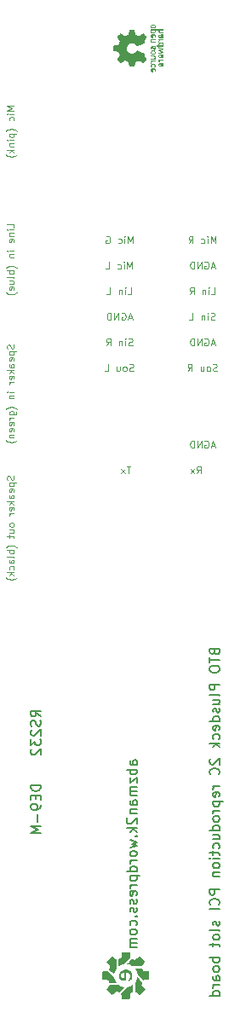
<source format=gbo>
%TF.GenerationSoftware,KiCad,Pcbnew,(6.0.0)*%
%TF.CreationDate,2022-03-13T21:14:02-04:00*%
%TF.ProjectId,PCI bracket board,50434920-6272-4616-936b-657420626f61,rev?*%
%TF.SameCoordinates,Original*%
%TF.FileFunction,Legend,Bot*%
%TF.FilePolarity,Positive*%
%FSLAX46Y46*%
G04 Gerber Fmt 4.6, Leading zero omitted, Abs format (unit mm)*
G04 Created by KiCad (PCBNEW (6.0.0)) date 2022-03-13 21:14:02*
%MOMM*%
%LPD*%
G01*
G04 APERTURE LIST*
%ADD10C,0.100000*%
%ADD11C,0.150000*%
%ADD12C,1.200000*%
%ADD13O,1.308000X2.616000*%
%ADD14O,2.616000X1.308000*%
%ADD15R,1.700000X1.700000*%
%ADD16O,1.700000X1.700000*%
%ADD17C,4.000000*%
%ADD18R,1.600000X1.600000*%
%ADD19C,1.600000*%
%ADD20O,1.600000X1.600000*%
%ADD21C,3.200000*%
%ADD22C,5.600000*%
G04 APERTURE END LIST*
D10*
X2188333Y-47538333D02*
X2221666Y-47638333D01*
X2221666Y-47805000D01*
X2188333Y-47871666D01*
X2155000Y-47905000D01*
X2088333Y-47938333D01*
X2021666Y-47938333D01*
X1955000Y-47905000D01*
X1921666Y-47871666D01*
X1888333Y-47805000D01*
X1855000Y-47671666D01*
X1821666Y-47605000D01*
X1788333Y-47571666D01*
X1721666Y-47538333D01*
X1655000Y-47538333D01*
X1588333Y-47571666D01*
X1555000Y-47605000D01*
X1521666Y-47671666D01*
X1521666Y-47838333D01*
X1555000Y-47938333D01*
X1755000Y-48238333D02*
X2455000Y-48238333D01*
X1788333Y-48238333D02*
X1755000Y-48305000D01*
X1755000Y-48438333D01*
X1788333Y-48505000D01*
X1821666Y-48538333D01*
X1888333Y-48571666D01*
X2088333Y-48571666D01*
X2155000Y-48538333D01*
X2188333Y-48505000D01*
X2221666Y-48438333D01*
X2221666Y-48305000D01*
X2188333Y-48238333D01*
X2188333Y-49138333D02*
X2221666Y-49071666D01*
X2221666Y-48938333D01*
X2188333Y-48871666D01*
X2121666Y-48838333D01*
X1855000Y-48838333D01*
X1788333Y-48871666D01*
X1755000Y-48938333D01*
X1755000Y-49071666D01*
X1788333Y-49138333D01*
X1855000Y-49171666D01*
X1921666Y-49171666D01*
X1988333Y-48838333D01*
X2221666Y-49771666D02*
X1855000Y-49771666D01*
X1788333Y-49738333D01*
X1755000Y-49671666D01*
X1755000Y-49538333D01*
X1788333Y-49471666D01*
X2188333Y-49771666D02*
X2221666Y-49705000D01*
X2221666Y-49538333D01*
X2188333Y-49471666D01*
X2121666Y-49438333D01*
X2055000Y-49438333D01*
X1988333Y-49471666D01*
X1955000Y-49538333D01*
X1955000Y-49705000D01*
X1921666Y-49771666D01*
X2221666Y-50105000D02*
X1521666Y-50105000D01*
X1955000Y-50171666D02*
X2221666Y-50371666D01*
X1755000Y-50371666D02*
X2021666Y-50105000D01*
X2188333Y-50938333D02*
X2221666Y-50871666D01*
X2221666Y-50738333D01*
X2188333Y-50671666D01*
X2121666Y-50638333D01*
X1855000Y-50638333D01*
X1788333Y-50671666D01*
X1755000Y-50738333D01*
X1755000Y-50871666D01*
X1788333Y-50938333D01*
X1855000Y-50971666D01*
X1921666Y-50971666D01*
X1988333Y-50638333D01*
X2221666Y-51271666D02*
X1755000Y-51271666D01*
X1888333Y-51271666D02*
X1821666Y-51305000D01*
X1788333Y-51338333D01*
X1755000Y-51405000D01*
X1755000Y-51471666D01*
X2221666Y-52338333D02*
X2188333Y-52271666D01*
X2155000Y-52238333D01*
X2088333Y-52205000D01*
X1888333Y-52205000D01*
X1821666Y-52238333D01*
X1788333Y-52271666D01*
X1755000Y-52338333D01*
X1755000Y-52438333D01*
X1788333Y-52505000D01*
X1821666Y-52538333D01*
X1888333Y-52571666D01*
X2088333Y-52571666D01*
X2155000Y-52538333D01*
X2188333Y-52505000D01*
X2221666Y-52438333D01*
X2221666Y-52338333D01*
X1755000Y-53171666D02*
X2221666Y-53171666D01*
X1755000Y-52871666D02*
X2121666Y-52871666D01*
X2188333Y-52905000D01*
X2221666Y-52971666D01*
X2221666Y-53071666D01*
X2188333Y-53138333D01*
X2155000Y-53171666D01*
X1755000Y-53405000D02*
X1755000Y-53671666D01*
X1521666Y-53505000D02*
X2121666Y-53505000D01*
X2188333Y-53538333D01*
X2221666Y-53605000D01*
X2221666Y-53671666D01*
X2488333Y-54638333D02*
X2455000Y-54605000D01*
X2355000Y-54538333D01*
X2288333Y-54505000D01*
X2188333Y-54471666D01*
X2021666Y-54438333D01*
X1888333Y-54438333D01*
X1721666Y-54471666D01*
X1621666Y-54505000D01*
X1555000Y-54538333D01*
X1455000Y-54605000D01*
X1421666Y-54638333D01*
X2221666Y-54905000D02*
X1521666Y-54905000D01*
X1788333Y-54905000D02*
X1754999Y-54971666D01*
X1754999Y-55105000D01*
X1788333Y-55171666D01*
X1821666Y-55205000D01*
X1888333Y-55238333D01*
X2088333Y-55238333D01*
X2155000Y-55205000D01*
X2188333Y-55171666D01*
X2221666Y-55105000D01*
X2221666Y-54971666D01*
X2188333Y-54905000D01*
X2221666Y-55638333D02*
X2188333Y-55571666D01*
X2121666Y-55538333D01*
X1521666Y-55538333D01*
X2221666Y-56205000D02*
X1854999Y-56205000D01*
X1788333Y-56171666D01*
X1754999Y-56105000D01*
X1754999Y-55971666D01*
X1788333Y-55905000D01*
X2188333Y-56205000D02*
X2221666Y-56138333D01*
X2221666Y-55971666D01*
X2188333Y-55905000D01*
X2121666Y-55871666D01*
X2054999Y-55871666D01*
X1988333Y-55905000D01*
X1954999Y-55971666D01*
X1954999Y-56138333D01*
X1921666Y-56205000D01*
X2188333Y-56838333D02*
X2221666Y-56771666D01*
X2221666Y-56638333D01*
X2188333Y-56571666D01*
X2155000Y-56538333D01*
X2088333Y-56505000D01*
X1888333Y-56505000D01*
X1821666Y-56538333D01*
X1788333Y-56571666D01*
X1754999Y-56638333D01*
X1754999Y-56771666D01*
X1788333Y-56838333D01*
X2221666Y-57138333D02*
X1521666Y-57138333D01*
X1954999Y-57205000D02*
X2221666Y-57405000D01*
X1754999Y-57405000D02*
X2021666Y-57138333D01*
X2488333Y-57638333D02*
X2454999Y-57671666D01*
X2354999Y-57738333D01*
X2288333Y-57771666D01*
X2188333Y-57805000D01*
X2021666Y-57838333D01*
X1888333Y-57838333D01*
X1721666Y-57805000D01*
X1621666Y-57771666D01*
X1554999Y-57738333D01*
X1454999Y-57671666D01*
X1421666Y-57638333D01*
X2221666Y-10818333D02*
X1521666Y-10818333D01*
X2021666Y-11051666D01*
X1521666Y-11285000D01*
X2221666Y-11285000D01*
X2221666Y-11618333D02*
X1755000Y-11618333D01*
X1521666Y-11618333D02*
X1555000Y-11585000D01*
X1588333Y-11618333D01*
X1555000Y-11651666D01*
X1521666Y-11618333D01*
X1588333Y-11618333D01*
X2188333Y-12251666D02*
X2221666Y-12185000D01*
X2221666Y-12051666D01*
X2188333Y-11985000D01*
X2155000Y-11951666D01*
X2088333Y-11918333D01*
X1888333Y-11918333D01*
X1821666Y-11951666D01*
X1788333Y-11985000D01*
X1755000Y-12051666D01*
X1755000Y-12185000D01*
X1788333Y-12251666D01*
X2488333Y-13285000D02*
X2455000Y-13251666D01*
X2355000Y-13185000D01*
X2288333Y-13151666D01*
X2188333Y-13118333D01*
X2021666Y-13085000D01*
X1888333Y-13085000D01*
X1721666Y-13118333D01*
X1621666Y-13151666D01*
X1555000Y-13185000D01*
X1455000Y-13251666D01*
X1421666Y-13285000D01*
X1755000Y-13551666D02*
X2455000Y-13551666D01*
X1788333Y-13551666D02*
X1755000Y-13618333D01*
X1755000Y-13751666D01*
X1788333Y-13818333D01*
X1821666Y-13851666D01*
X1888333Y-13885000D01*
X2088333Y-13885000D01*
X2155000Y-13851666D01*
X2188333Y-13818333D01*
X2221666Y-13751666D01*
X2221666Y-13618333D01*
X2188333Y-13551666D01*
X2221666Y-14185000D02*
X1755000Y-14185000D01*
X1521666Y-14185000D02*
X1555000Y-14151666D01*
X1588333Y-14185000D01*
X1555000Y-14218333D01*
X1521666Y-14185000D01*
X1588333Y-14185000D01*
X1755000Y-14518333D02*
X2221666Y-14518333D01*
X1821666Y-14518333D02*
X1788333Y-14551666D01*
X1755000Y-14618333D01*
X1755000Y-14718333D01*
X1788333Y-14785000D01*
X1855000Y-14818333D01*
X2221666Y-14818333D01*
X2221666Y-15151666D02*
X1521666Y-15151666D01*
X1955000Y-15218333D02*
X2221666Y-15418333D01*
X1755000Y-15418333D02*
X2021666Y-15151666D01*
X2488333Y-15651666D02*
X2455000Y-15685000D01*
X2355000Y-15751666D01*
X2288333Y-15785000D01*
X2188333Y-15818333D01*
X2021666Y-15851666D01*
X1888333Y-15851666D01*
X1721666Y-15818333D01*
X1621666Y-15785000D01*
X1554999Y-15751666D01*
X1455000Y-15685000D01*
X1421666Y-15651666D01*
X13818333Y-46606666D02*
X13418333Y-46606666D01*
X13618333Y-47306666D02*
X13618333Y-46606666D01*
X13251666Y-47306666D02*
X12885000Y-46840000D01*
X13251666Y-46840000D02*
X12885000Y-47306666D01*
D11*
X22153571Y-65010238D02*
X22201190Y-65153095D01*
X22248809Y-65200714D01*
X22344047Y-65248333D01*
X22486904Y-65248333D01*
X22582142Y-65200714D01*
X22629761Y-65153095D01*
X22677380Y-65057857D01*
X22677380Y-64676904D01*
X21677380Y-64676904D01*
X21677380Y-65010238D01*
X21725000Y-65105476D01*
X21772619Y-65153095D01*
X21867857Y-65200714D01*
X21963095Y-65200714D01*
X22058333Y-65153095D01*
X22105952Y-65105476D01*
X22153571Y-65010238D01*
X22153571Y-64676904D01*
X21677380Y-65534047D02*
X21677380Y-66105476D01*
X22677380Y-65819761D02*
X21677380Y-65819761D01*
X21677380Y-66629285D02*
X21677380Y-66819761D01*
X21725000Y-66914999D01*
X21820238Y-67010238D01*
X22010714Y-67057857D01*
X22344047Y-67057857D01*
X22534523Y-67010238D01*
X22629761Y-66914999D01*
X22677380Y-66819761D01*
X22677380Y-66629285D01*
X22629761Y-66534047D01*
X22534523Y-66438809D01*
X22344047Y-66391190D01*
X22010714Y-66391190D01*
X21820238Y-66438809D01*
X21725000Y-66534047D01*
X21677380Y-66629285D01*
X22677380Y-68248333D02*
X21677380Y-68248333D01*
X21677380Y-68629285D01*
X21725000Y-68724523D01*
X21772619Y-68772142D01*
X21867857Y-68819761D01*
X22010714Y-68819761D01*
X22105952Y-68772142D01*
X22153571Y-68724523D01*
X22201190Y-68629285D01*
X22201190Y-68248333D01*
X22677380Y-69391190D02*
X22629761Y-69295952D01*
X22534523Y-69248333D01*
X21677380Y-69248333D01*
X22010714Y-70200714D02*
X22677380Y-70200714D01*
X22010714Y-69772142D02*
X22534523Y-69772142D01*
X22629761Y-69819761D01*
X22677380Y-69915000D01*
X22677380Y-70057857D01*
X22629761Y-70153095D01*
X22582142Y-70200714D01*
X22629761Y-70629285D02*
X22677380Y-70724523D01*
X22677380Y-70915000D01*
X22629761Y-71010238D01*
X22534523Y-71057857D01*
X22486904Y-71057857D01*
X22391666Y-71010238D01*
X22344047Y-70915000D01*
X22344047Y-70772142D01*
X22296428Y-70676904D01*
X22201190Y-70629285D01*
X22153571Y-70629285D01*
X22058333Y-70676904D01*
X22010714Y-70772142D01*
X22010714Y-70915000D01*
X22058333Y-71010238D01*
X22677380Y-71915000D02*
X21677380Y-71915000D01*
X22629761Y-71915000D02*
X22677380Y-71819761D01*
X22677380Y-71629285D01*
X22629761Y-71534047D01*
X22582142Y-71486428D01*
X22486904Y-71438809D01*
X22201190Y-71438809D01*
X22105952Y-71486428D01*
X22058333Y-71534047D01*
X22010714Y-71629285D01*
X22010714Y-71819761D01*
X22058333Y-71915000D01*
X22629761Y-72772142D02*
X22677380Y-72676904D01*
X22677380Y-72486428D01*
X22629761Y-72391190D01*
X22534523Y-72343571D01*
X22153571Y-72343571D01*
X22058333Y-72391190D01*
X22010714Y-72486428D01*
X22010714Y-72676904D01*
X22058333Y-72772142D01*
X22153571Y-72819761D01*
X22248809Y-72819761D01*
X22344047Y-72343571D01*
X22629761Y-73676904D02*
X22677380Y-73581666D01*
X22677380Y-73391190D01*
X22629761Y-73295952D01*
X22582142Y-73248333D01*
X22486904Y-73200714D01*
X22201190Y-73200714D01*
X22105952Y-73248333D01*
X22058333Y-73295952D01*
X22010714Y-73391190D01*
X22010714Y-73581666D01*
X22058333Y-73676904D01*
X22677380Y-74105476D02*
X21677380Y-74105476D01*
X22296428Y-74200714D02*
X22677380Y-74486428D01*
X22010714Y-74486428D02*
X22391666Y-74105476D01*
X21772619Y-75629285D02*
X21725000Y-75676904D01*
X21677380Y-75772142D01*
X21677380Y-76010238D01*
X21725000Y-76105476D01*
X21772619Y-76153095D01*
X21867857Y-76200714D01*
X21963095Y-76200714D01*
X22105952Y-76153095D01*
X22677380Y-75581666D01*
X22677380Y-76200714D01*
X22582142Y-77200714D02*
X22629761Y-77153095D01*
X22677380Y-77010238D01*
X22677380Y-76914999D01*
X22629761Y-76772142D01*
X22534523Y-76676904D01*
X22439285Y-76629285D01*
X22248809Y-76581666D01*
X22105952Y-76581666D01*
X21915476Y-76629285D01*
X21820238Y-76676904D01*
X21725000Y-76772142D01*
X21677380Y-76914999D01*
X21677380Y-77010238D01*
X21725000Y-77153095D01*
X21772619Y-77200714D01*
X22677380Y-78391190D02*
X22010714Y-78391190D01*
X22201190Y-78391190D02*
X22105952Y-78438809D01*
X22058333Y-78486428D01*
X22010714Y-78581666D01*
X22010714Y-78676904D01*
X22629761Y-79391190D02*
X22677380Y-79295952D01*
X22677380Y-79105476D01*
X22629761Y-79010238D01*
X22534523Y-78962619D01*
X22153571Y-78962619D01*
X22058333Y-79010238D01*
X22010714Y-79105476D01*
X22010714Y-79295952D01*
X22058333Y-79391190D01*
X22153571Y-79438809D01*
X22248809Y-79438809D01*
X22344047Y-78962619D01*
X22010714Y-79867380D02*
X23010714Y-79867380D01*
X22058333Y-79867380D02*
X22010714Y-79962619D01*
X22010714Y-80153095D01*
X22058333Y-80248333D01*
X22105952Y-80295952D01*
X22201190Y-80343571D01*
X22486904Y-80343571D01*
X22582142Y-80295952D01*
X22629761Y-80248333D01*
X22677380Y-80153095D01*
X22677380Y-79962619D01*
X22629761Y-79867380D01*
X22677380Y-80772142D02*
X22010714Y-80772142D01*
X22201190Y-80772142D02*
X22105952Y-80819761D01*
X22058333Y-80867380D01*
X22010714Y-80962619D01*
X22010714Y-81057857D01*
X22677380Y-81534047D02*
X22629761Y-81438809D01*
X22582142Y-81391190D01*
X22486904Y-81343571D01*
X22201190Y-81343571D01*
X22105952Y-81391190D01*
X22058333Y-81438809D01*
X22010714Y-81534047D01*
X22010714Y-81676904D01*
X22058333Y-81772142D01*
X22105952Y-81819761D01*
X22201190Y-81867380D01*
X22486904Y-81867380D01*
X22582142Y-81819761D01*
X22629761Y-81772142D01*
X22677380Y-81676904D01*
X22677380Y-81534047D01*
X22677380Y-82724523D02*
X21677380Y-82724523D01*
X22629761Y-82724523D02*
X22677380Y-82629285D01*
X22677380Y-82438809D01*
X22629761Y-82343571D01*
X22582142Y-82295952D01*
X22486904Y-82248333D01*
X22201190Y-82248333D01*
X22105952Y-82295952D01*
X22058333Y-82343571D01*
X22010714Y-82438809D01*
X22010714Y-82629285D01*
X22058333Y-82724523D01*
X22010714Y-83629285D02*
X22677380Y-83629285D01*
X22010714Y-83200714D02*
X22534523Y-83200714D01*
X22629761Y-83248333D01*
X22677380Y-83343571D01*
X22677380Y-83486428D01*
X22629761Y-83581666D01*
X22582142Y-83629285D01*
X22629761Y-84534047D02*
X22677380Y-84438809D01*
X22677380Y-84248333D01*
X22629761Y-84153095D01*
X22582142Y-84105476D01*
X22486904Y-84057857D01*
X22201190Y-84057857D01*
X22105952Y-84105476D01*
X22058333Y-84153095D01*
X22010714Y-84248333D01*
X22010714Y-84438809D01*
X22058333Y-84534047D01*
X22010714Y-84819761D02*
X22010714Y-85200714D01*
X21677380Y-84962619D02*
X22534523Y-84962619D01*
X22629761Y-85010238D01*
X22677380Y-85105476D01*
X22677380Y-85200714D01*
X22677380Y-85534047D02*
X22010714Y-85534047D01*
X21677380Y-85534047D02*
X21725000Y-85486428D01*
X21772619Y-85534047D01*
X21725000Y-85581666D01*
X21677380Y-85534047D01*
X21772619Y-85534047D01*
X22677380Y-86153095D02*
X22629761Y-86057857D01*
X22582142Y-86010238D01*
X22486904Y-85962619D01*
X22201190Y-85962619D01*
X22105952Y-86010238D01*
X22058333Y-86057857D01*
X22010714Y-86153095D01*
X22010714Y-86295952D01*
X22058333Y-86391190D01*
X22105952Y-86438809D01*
X22201190Y-86486428D01*
X22486904Y-86486428D01*
X22582142Y-86438809D01*
X22629761Y-86391190D01*
X22677380Y-86295952D01*
X22677380Y-86153095D01*
X22010714Y-86914999D02*
X22677380Y-86914999D01*
X22105952Y-86914999D02*
X22058333Y-86962619D01*
X22010714Y-87057857D01*
X22010714Y-87200714D01*
X22058333Y-87295952D01*
X22153571Y-87343571D01*
X22677380Y-87343571D01*
X22677380Y-88581666D02*
X21677380Y-88581666D01*
X21677380Y-88962619D01*
X21725000Y-89057857D01*
X21772619Y-89105476D01*
X21867857Y-89153095D01*
X22010714Y-89153095D01*
X22105952Y-89105476D01*
X22153571Y-89057857D01*
X22201190Y-88962619D01*
X22201190Y-88581666D01*
X22582142Y-90153095D02*
X22629761Y-90105476D01*
X22677380Y-89962619D01*
X22677380Y-89867380D01*
X22629761Y-89724523D01*
X22534523Y-89629285D01*
X22439285Y-89581666D01*
X22248809Y-89534047D01*
X22105952Y-89534047D01*
X21915476Y-89581666D01*
X21820238Y-89629285D01*
X21725000Y-89724523D01*
X21677380Y-89867380D01*
X21677380Y-89962619D01*
X21725000Y-90105476D01*
X21772619Y-90153095D01*
X22677380Y-90581666D02*
X21677380Y-90581666D01*
X22629761Y-91772142D02*
X22677380Y-91867380D01*
X22677380Y-92057857D01*
X22629761Y-92153095D01*
X22534523Y-92200714D01*
X22486904Y-92200714D01*
X22391666Y-92153095D01*
X22344047Y-92057857D01*
X22344047Y-91914999D01*
X22296428Y-91819761D01*
X22201190Y-91772142D01*
X22153571Y-91772142D01*
X22058333Y-91819761D01*
X22010714Y-91914999D01*
X22010714Y-92057857D01*
X22058333Y-92153095D01*
X22677380Y-92772142D02*
X22629761Y-92676904D01*
X22534523Y-92629285D01*
X21677380Y-92629285D01*
X22677380Y-93295952D02*
X22629761Y-93200714D01*
X22582142Y-93153095D01*
X22486904Y-93105476D01*
X22201190Y-93105476D01*
X22105952Y-93153095D01*
X22058333Y-93200714D01*
X22010714Y-93295952D01*
X22010714Y-93438809D01*
X22058333Y-93534047D01*
X22105952Y-93581666D01*
X22201190Y-93629285D01*
X22486904Y-93629285D01*
X22582142Y-93581666D01*
X22629761Y-93534047D01*
X22677380Y-93438809D01*
X22677380Y-93295952D01*
X22010714Y-93914999D02*
X22010714Y-94295952D01*
X21677380Y-94057857D02*
X22534523Y-94057857D01*
X22629761Y-94105476D01*
X22677380Y-94200714D01*
X22677380Y-94295952D01*
X22677380Y-95391190D02*
X21677380Y-95391190D01*
X22058333Y-95391190D02*
X22010714Y-95486428D01*
X22010714Y-95676904D01*
X22058333Y-95772142D01*
X22105952Y-95819761D01*
X22201190Y-95867380D01*
X22486904Y-95867380D01*
X22582142Y-95819761D01*
X22629761Y-95772142D01*
X22677380Y-95676904D01*
X22677380Y-95486428D01*
X22629761Y-95391190D01*
X22677380Y-96438809D02*
X22629761Y-96343571D01*
X22582142Y-96295952D01*
X22486904Y-96248333D01*
X22201190Y-96248333D01*
X22105952Y-96295952D01*
X22058333Y-96343571D01*
X22010714Y-96438809D01*
X22010714Y-96581666D01*
X22058333Y-96676904D01*
X22105952Y-96724523D01*
X22201190Y-96772142D01*
X22486904Y-96772142D01*
X22582142Y-96724523D01*
X22629761Y-96676904D01*
X22677380Y-96581666D01*
X22677380Y-96438809D01*
X22677380Y-97629285D02*
X22153571Y-97629285D01*
X22058333Y-97581666D01*
X22010714Y-97486428D01*
X22010714Y-97295952D01*
X22058333Y-97200714D01*
X22629761Y-97629285D02*
X22677380Y-97534047D01*
X22677380Y-97295952D01*
X22629761Y-97200714D01*
X22534523Y-97153095D01*
X22439285Y-97153095D01*
X22344047Y-97200714D01*
X22296428Y-97295952D01*
X22296428Y-97534047D01*
X22248809Y-97629285D01*
X22677380Y-98105476D02*
X22010714Y-98105476D01*
X22201190Y-98105476D02*
X22105952Y-98153095D01*
X22058333Y-98200714D01*
X22010714Y-98295952D01*
X22010714Y-98391190D01*
X22677380Y-99153095D02*
X21677380Y-99153095D01*
X22629761Y-99153095D02*
X22677380Y-99057857D01*
X22677380Y-98867380D01*
X22629761Y-98772142D01*
X22582142Y-98724523D01*
X22486904Y-98676904D01*
X22201190Y-98676904D01*
X22105952Y-98724523D01*
X22058333Y-98772142D01*
X22010714Y-98867380D01*
X22010714Y-99057857D01*
X22058333Y-99153095D01*
D10*
X2188333Y-34503333D02*
X2221666Y-34603333D01*
X2221666Y-34770000D01*
X2188333Y-34836666D01*
X2155000Y-34870000D01*
X2088333Y-34903333D01*
X2021666Y-34903333D01*
X1955000Y-34870000D01*
X1921666Y-34836666D01*
X1888333Y-34770000D01*
X1855000Y-34636666D01*
X1821666Y-34570000D01*
X1788333Y-34536666D01*
X1721666Y-34503333D01*
X1655000Y-34503333D01*
X1588333Y-34536666D01*
X1555000Y-34570000D01*
X1521666Y-34636666D01*
X1521666Y-34803333D01*
X1555000Y-34903333D01*
X1755000Y-35203333D02*
X2455000Y-35203333D01*
X1788333Y-35203333D02*
X1755000Y-35270000D01*
X1755000Y-35403333D01*
X1788333Y-35470000D01*
X1821666Y-35503333D01*
X1888333Y-35536666D01*
X2088333Y-35536666D01*
X2155000Y-35503333D01*
X2188333Y-35470000D01*
X2221666Y-35403333D01*
X2221666Y-35270000D01*
X2188333Y-35203333D01*
X2188333Y-36103333D02*
X2221666Y-36036666D01*
X2221666Y-35903333D01*
X2188333Y-35836666D01*
X2121666Y-35803333D01*
X1855000Y-35803333D01*
X1788333Y-35836666D01*
X1755000Y-35903333D01*
X1755000Y-36036666D01*
X1788333Y-36103333D01*
X1855000Y-36136666D01*
X1921666Y-36136666D01*
X1988333Y-35803333D01*
X2221666Y-36736666D02*
X1855000Y-36736666D01*
X1788333Y-36703333D01*
X1755000Y-36636666D01*
X1755000Y-36503333D01*
X1788333Y-36436666D01*
X2188333Y-36736666D02*
X2221666Y-36670000D01*
X2221666Y-36503333D01*
X2188333Y-36436666D01*
X2121666Y-36403333D01*
X2055000Y-36403333D01*
X1988333Y-36436666D01*
X1955000Y-36503333D01*
X1955000Y-36670000D01*
X1921666Y-36736666D01*
X2221666Y-37070000D02*
X1521666Y-37070000D01*
X1955000Y-37136666D02*
X2221666Y-37336666D01*
X1755000Y-37336666D02*
X2021666Y-37070000D01*
X2188333Y-37903333D02*
X2221666Y-37836666D01*
X2221666Y-37703333D01*
X2188333Y-37636666D01*
X2121666Y-37603333D01*
X1855000Y-37603333D01*
X1788333Y-37636666D01*
X1755000Y-37703333D01*
X1755000Y-37836666D01*
X1788333Y-37903333D01*
X1855000Y-37936666D01*
X1921666Y-37936666D01*
X1988333Y-37603333D01*
X2221666Y-38236666D02*
X1755000Y-38236666D01*
X1888333Y-38236666D02*
X1821666Y-38270000D01*
X1788333Y-38303333D01*
X1755000Y-38370000D01*
X1755000Y-38436666D01*
X2221666Y-39203333D02*
X1755000Y-39203333D01*
X1521666Y-39203333D02*
X1555000Y-39170000D01*
X1588333Y-39203333D01*
X1555000Y-39236666D01*
X1521666Y-39203333D01*
X1588333Y-39203333D01*
X1755000Y-39536666D02*
X2221666Y-39536666D01*
X1821666Y-39536666D02*
X1788333Y-39570000D01*
X1755000Y-39636666D01*
X1755000Y-39736666D01*
X1788333Y-39803333D01*
X1855000Y-39836666D01*
X2221666Y-39836666D01*
X2488333Y-40903333D02*
X2455000Y-40870000D01*
X2355000Y-40803333D01*
X2288333Y-40770000D01*
X2188333Y-40736666D01*
X2021666Y-40703333D01*
X1888333Y-40703333D01*
X1721666Y-40736666D01*
X1621666Y-40770000D01*
X1555000Y-40803333D01*
X1455000Y-40870000D01*
X1421666Y-40903333D01*
X1755000Y-41470000D02*
X2321666Y-41470000D01*
X2388333Y-41436666D01*
X2421666Y-41403333D01*
X2455000Y-41336666D01*
X2455000Y-41236666D01*
X2421666Y-41170000D01*
X2188333Y-41470000D02*
X2221666Y-41403333D01*
X2221666Y-41270000D01*
X2188333Y-41203333D01*
X2155000Y-41170000D01*
X2088333Y-41136666D01*
X1888333Y-41136666D01*
X1821666Y-41170000D01*
X1788333Y-41203333D01*
X1755000Y-41270000D01*
X1755000Y-41403333D01*
X1788333Y-41470000D01*
X2221666Y-41803333D02*
X1754999Y-41803333D01*
X1888333Y-41803333D02*
X1821666Y-41836666D01*
X1788333Y-41870000D01*
X1754999Y-41936666D01*
X1754999Y-42003333D01*
X2188333Y-42503333D02*
X2221666Y-42436666D01*
X2221666Y-42303333D01*
X2188333Y-42236666D01*
X2121666Y-42203333D01*
X1854999Y-42203333D01*
X1788333Y-42236666D01*
X1754999Y-42303333D01*
X1754999Y-42436666D01*
X1788333Y-42503333D01*
X1854999Y-42536666D01*
X1921666Y-42536666D01*
X1988333Y-42203333D01*
X2188333Y-43103333D02*
X2221666Y-43036666D01*
X2221666Y-42903333D01*
X2188333Y-42836666D01*
X2121666Y-42803333D01*
X1854999Y-42803333D01*
X1788333Y-42836666D01*
X1754999Y-42903333D01*
X1754999Y-43036666D01*
X1788333Y-43103333D01*
X1854999Y-43136666D01*
X1921666Y-43136666D01*
X1988333Y-42803333D01*
X1754999Y-43436666D02*
X2221666Y-43436666D01*
X1821666Y-43436666D02*
X1788333Y-43470000D01*
X1754999Y-43536666D01*
X1754999Y-43636666D01*
X1788333Y-43703333D01*
X1854999Y-43736666D01*
X2221666Y-43736666D01*
X2488333Y-44003333D02*
X2455000Y-44036666D01*
X2354999Y-44103333D01*
X2288333Y-44136666D01*
X2188333Y-44170000D01*
X2021666Y-44203333D01*
X1888333Y-44203333D01*
X1721666Y-44170000D01*
X1621666Y-44136666D01*
X1554999Y-44103333D01*
X1454999Y-44036666D01*
X1421666Y-44003333D01*
X13933333Y-31866666D02*
X13600000Y-31866666D01*
X14000000Y-32066666D02*
X13766666Y-31366666D01*
X13533333Y-32066666D01*
X12933333Y-31400000D02*
X13000000Y-31366666D01*
X13100000Y-31366666D01*
X13200000Y-31400000D01*
X13266666Y-31466666D01*
X13300000Y-31533333D01*
X13333333Y-31666666D01*
X13333333Y-31766666D01*
X13300000Y-31900000D01*
X13266666Y-31966666D01*
X13200000Y-32033333D01*
X13100000Y-32066666D01*
X13033333Y-32066666D01*
X12933333Y-32033333D01*
X12900000Y-32000000D01*
X12900000Y-31766666D01*
X13033333Y-31766666D01*
X12600000Y-32066666D02*
X12600000Y-31366666D01*
X12200000Y-32066666D01*
X12200000Y-31366666D01*
X11866666Y-32066666D02*
X11866666Y-31366666D01*
X11700000Y-31366666D01*
X11600000Y-31400000D01*
X11533333Y-31466666D01*
X11500000Y-31533333D01*
X11466666Y-31666666D01*
X11466666Y-31766666D01*
X11500000Y-31900000D01*
X11533333Y-31966666D01*
X11600000Y-32033333D01*
X11700000Y-32066666D01*
X11866666Y-32066666D01*
X22188333Y-34406666D02*
X21855000Y-34406666D01*
X22255000Y-34606666D02*
X22021666Y-33906666D01*
X21788333Y-34606666D01*
X21188333Y-33940000D02*
X21255000Y-33906666D01*
X21355000Y-33906666D01*
X21455000Y-33940000D01*
X21521666Y-34006666D01*
X21555000Y-34073333D01*
X21588333Y-34206666D01*
X21588333Y-34306666D01*
X21555000Y-34440000D01*
X21521666Y-34506666D01*
X21455000Y-34573333D01*
X21355000Y-34606666D01*
X21288333Y-34606666D01*
X21188333Y-34573333D01*
X21155000Y-34540000D01*
X21155000Y-34306666D01*
X21288333Y-34306666D01*
X20855000Y-34606666D02*
X20855000Y-33906666D01*
X20455000Y-34606666D01*
X20455000Y-33906666D01*
X20121666Y-34606666D02*
X20121666Y-33906666D01*
X19955000Y-33906666D01*
X19855000Y-33940000D01*
X19788333Y-34006666D01*
X19755000Y-34073333D01*
X19721666Y-34206666D01*
X19721666Y-34306666D01*
X19755000Y-34440000D01*
X19788333Y-34506666D01*
X19855000Y-34573333D01*
X19955000Y-34606666D01*
X20121666Y-34606666D01*
X21838333Y-29526666D02*
X22171666Y-29526666D01*
X22171666Y-28826666D01*
X21605000Y-29526666D02*
X21605000Y-29060000D01*
X21605000Y-28826666D02*
X21638333Y-28860000D01*
X21605000Y-28893333D01*
X21571666Y-28860000D01*
X21605000Y-28826666D01*
X21605000Y-28893333D01*
X21271666Y-29060000D02*
X21271666Y-29526666D01*
X21271666Y-29126666D02*
X21238333Y-29093333D01*
X21171666Y-29060000D01*
X21071666Y-29060000D01*
X21005000Y-29093333D01*
X20971666Y-29160000D01*
X20971666Y-29526666D01*
X19705000Y-29526666D02*
X19938333Y-29193333D01*
X20105000Y-29526666D02*
X20105000Y-28826666D01*
X19838333Y-28826666D01*
X19771666Y-28860000D01*
X19738333Y-28893333D01*
X19705000Y-28960000D01*
X19705000Y-29060000D01*
X19738333Y-29126666D01*
X19771666Y-29160000D01*
X19838333Y-29193333D01*
X20105000Y-29193333D01*
X13516666Y-29526666D02*
X13850000Y-29526666D01*
X13850000Y-28826666D01*
X13283333Y-29526666D02*
X13283333Y-29060000D01*
X13283333Y-28826666D02*
X13316666Y-28860000D01*
X13283333Y-28893333D01*
X13250000Y-28860000D01*
X13283333Y-28826666D01*
X13283333Y-28893333D01*
X12950000Y-29060000D02*
X12950000Y-29526666D01*
X12950000Y-29126666D02*
X12916666Y-29093333D01*
X12850000Y-29060000D01*
X12750000Y-29060000D01*
X12683333Y-29093333D01*
X12650000Y-29160000D01*
X12650000Y-29526666D01*
X11450000Y-29526666D02*
X11783333Y-29526666D01*
X11783333Y-28826666D01*
X22188333Y-32033333D02*
X22088333Y-32066666D01*
X21921666Y-32066666D01*
X21855000Y-32033333D01*
X21821666Y-32000000D01*
X21788333Y-31933333D01*
X21788333Y-31866666D01*
X21821666Y-31800000D01*
X21855000Y-31766666D01*
X21921666Y-31733333D01*
X22055000Y-31700000D01*
X22121666Y-31666666D01*
X22155000Y-31633333D01*
X22188333Y-31566666D01*
X22188333Y-31500000D01*
X22155000Y-31433333D01*
X22121666Y-31400000D01*
X22055000Y-31366666D01*
X21888333Y-31366666D01*
X21788333Y-31400000D01*
X21488333Y-32066666D02*
X21488333Y-31600000D01*
X21488333Y-31366666D02*
X21521666Y-31400000D01*
X21488333Y-31433333D01*
X21455000Y-31400000D01*
X21488333Y-31366666D01*
X21488333Y-31433333D01*
X21155000Y-31600000D02*
X21155000Y-32066666D01*
X21155000Y-31666666D02*
X21121666Y-31633333D01*
X21055000Y-31600000D01*
X20955000Y-31600000D01*
X20888333Y-31633333D01*
X20855000Y-31700000D01*
X20855000Y-32066666D01*
X19655000Y-32066666D02*
X19988333Y-32066666D01*
X19988333Y-31366666D01*
D11*
X14422380Y-76232857D02*
X13898571Y-76232857D01*
X13803333Y-76185238D01*
X13755714Y-76090000D01*
X13755714Y-75899523D01*
X13803333Y-75804285D01*
X14374761Y-76232857D02*
X14422380Y-76137619D01*
X14422380Y-75899523D01*
X14374761Y-75804285D01*
X14279523Y-75756666D01*
X14184285Y-75756666D01*
X14089047Y-75804285D01*
X14041428Y-75899523D01*
X14041428Y-76137619D01*
X13993809Y-76232857D01*
X14422380Y-76709047D02*
X13422380Y-76709047D01*
X13803333Y-76709047D02*
X13755714Y-76804285D01*
X13755714Y-76994761D01*
X13803333Y-77090000D01*
X13850952Y-77137619D01*
X13946190Y-77185238D01*
X14231904Y-77185238D01*
X14327142Y-77137619D01*
X14374761Y-77090000D01*
X14422380Y-76994761D01*
X14422380Y-76804285D01*
X14374761Y-76709047D01*
X13755714Y-77518571D02*
X13755714Y-78042380D01*
X14422380Y-77518571D01*
X14422380Y-78042380D01*
X14422380Y-78423333D02*
X13755714Y-78423333D01*
X13850952Y-78423333D02*
X13803333Y-78470952D01*
X13755714Y-78566190D01*
X13755714Y-78709047D01*
X13803333Y-78804285D01*
X13898571Y-78851904D01*
X14422380Y-78851904D01*
X13898571Y-78851904D02*
X13803333Y-78899523D01*
X13755714Y-78994761D01*
X13755714Y-79137619D01*
X13803333Y-79232857D01*
X13898571Y-79280476D01*
X14422380Y-79280476D01*
X14422380Y-80185238D02*
X13898571Y-80185238D01*
X13803333Y-80137619D01*
X13755714Y-80042380D01*
X13755714Y-79851904D01*
X13803333Y-79756666D01*
X14374761Y-80185238D02*
X14422380Y-80090000D01*
X14422380Y-79851904D01*
X14374761Y-79756666D01*
X14279523Y-79709047D01*
X14184285Y-79709047D01*
X14089047Y-79756666D01*
X14041428Y-79851904D01*
X14041428Y-80090000D01*
X13993809Y-80185238D01*
X13755714Y-80661428D02*
X14422380Y-80661428D01*
X13850952Y-80661428D02*
X13803333Y-80709047D01*
X13755714Y-80804285D01*
X13755714Y-80947142D01*
X13803333Y-81042380D01*
X13898571Y-81090000D01*
X14422380Y-81090000D01*
X13517619Y-81518571D02*
X13470000Y-81566190D01*
X13422380Y-81661428D01*
X13422380Y-81899523D01*
X13470000Y-81994761D01*
X13517619Y-82042380D01*
X13612857Y-82090000D01*
X13708095Y-82090000D01*
X13850952Y-82042380D01*
X14422380Y-81470952D01*
X14422380Y-82090000D01*
X14422380Y-82518571D02*
X13422380Y-82518571D01*
X14041428Y-82613809D02*
X14422380Y-82899523D01*
X13755714Y-82899523D02*
X14136666Y-82518571D01*
X14327142Y-83328095D02*
X14374761Y-83375714D01*
X14422380Y-83328095D01*
X14374761Y-83280476D01*
X14327142Y-83328095D01*
X14422380Y-83328095D01*
X13755714Y-83709047D02*
X14422380Y-83899523D01*
X13946190Y-84090000D01*
X14422380Y-84280476D01*
X13755714Y-84470952D01*
X14422380Y-84994761D02*
X14374761Y-84899523D01*
X14327142Y-84851904D01*
X14231904Y-84804285D01*
X13946190Y-84804285D01*
X13850952Y-84851904D01*
X13803333Y-84899523D01*
X13755714Y-84994761D01*
X13755714Y-85137619D01*
X13803333Y-85232857D01*
X13850952Y-85280476D01*
X13946190Y-85328095D01*
X14231904Y-85328095D01*
X14327142Y-85280476D01*
X14374761Y-85232857D01*
X14422380Y-85137619D01*
X14422380Y-84994761D01*
X14422380Y-85756666D02*
X13755714Y-85756666D01*
X13946190Y-85756666D02*
X13850952Y-85804285D01*
X13803333Y-85851904D01*
X13755714Y-85947142D01*
X13755714Y-86042380D01*
X14422380Y-86804285D02*
X13422380Y-86804285D01*
X14374761Y-86804285D02*
X14422380Y-86709047D01*
X14422380Y-86518571D01*
X14374761Y-86423333D01*
X14327142Y-86375714D01*
X14231904Y-86328095D01*
X13946190Y-86328095D01*
X13850952Y-86375714D01*
X13803333Y-86423333D01*
X13755714Y-86518571D01*
X13755714Y-86709047D01*
X13803333Y-86804285D01*
X13755714Y-87280476D02*
X14755714Y-87280476D01*
X13803333Y-87280476D02*
X13755714Y-87375714D01*
X13755714Y-87566190D01*
X13803333Y-87661428D01*
X13850952Y-87709047D01*
X13946190Y-87756666D01*
X14231904Y-87756666D01*
X14327142Y-87709047D01*
X14374761Y-87661428D01*
X14422380Y-87566190D01*
X14422380Y-87375714D01*
X14374761Y-87280476D01*
X14422380Y-88185238D02*
X13755714Y-88185238D01*
X13946190Y-88185238D02*
X13850952Y-88232857D01*
X13803333Y-88280476D01*
X13755714Y-88375714D01*
X13755714Y-88470952D01*
X14374761Y-89185238D02*
X14422380Y-89090000D01*
X14422380Y-88899523D01*
X14374761Y-88804285D01*
X14279523Y-88756666D01*
X13898571Y-88756666D01*
X13803333Y-88804285D01*
X13755714Y-88899523D01*
X13755714Y-89090000D01*
X13803333Y-89185238D01*
X13898571Y-89232857D01*
X13993809Y-89232857D01*
X14089047Y-88756666D01*
X14374761Y-89613809D02*
X14422380Y-89709047D01*
X14422380Y-89899523D01*
X14374761Y-89994761D01*
X14279523Y-90042380D01*
X14231904Y-90042380D01*
X14136666Y-89994761D01*
X14089047Y-89899523D01*
X14089047Y-89756666D01*
X14041428Y-89661428D01*
X13946190Y-89613809D01*
X13898571Y-89613809D01*
X13803333Y-89661428D01*
X13755714Y-89756666D01*
X13755714Y-89899523D01*
X13803333Y-89994761D01*
X14374761Y-90423333D02*
X14422380Y-90518571D01*
X14422380Y-90709047D01*
X14374761Y-90804285D01*
X14279523Y-90851904D01*
X14231904Y-90851904D01*
X14136666Y-90804285D01*
X14089047Y-90709047D01*
X14089047Y-90566190D01*
X14041428Y-90470952D01*
X13946190Y-90423333D01*
X13898571Y-90423333D01*
X13803333Y-90470952D01*
X13755714Y-90566190D01*
X13755714Y-90709047D01*
X13803333Y-90804285D01*
X14327142Y-91280476D02*
X14374761Y-91328095D01*
X14422380Y-91280476D01*
X14374761Y-91232857D01*
X14327142Y-91280476D01*
X14422380Y-91280476D01*
X14374761Y-92185238D02*
X14422380Y-92090000D01*
X14422380Y-91899523D01*
X14374761Y-91804285D01*
X14327142Y-91756666D01*
X14231904Y-91709047D01*
X13946190Y-91709047D01*
X13850952Y-91756666D01*
X13803333Y-91804285D01*
X13755714Y-91899523D01*
X13755714Y-92090000D01*
X13803333Y-92185238D01*
X14422380Y-92756666D02*
X14374761Y-92661428D01*
X14327142Y-92613809D01*
X14231904Y-92566190D01*
X13946190Y-92566190D01*
X13850952Y-92613809D01*
X13803333Y-92661428D01*
X13755714Y-92756666D01*
X13755714Y-92899523D01*
X13803333Y-92994761D01*
X13850952Y-93042380D01*
X13946190Y-93090000D01*
X14231904Y-93090000D01*
X14327142Y-93042380D01*
X14374761Y-92994761D01*
X14422380Y-92899523D01*
X14422380Y-92756666D01*
X14422380Y-93518571D02*
X13755714Y-93518571D01*
X13850952Y-93518571D02*
X13803333Y-93566190D01*
X13755714Y-93661428D01*
X13755714Y-93804285D01*
X13803333Y-93899523D01*
X13898571Y-93947142D01*
X14422380Y-93947142D01*
X13898571Y-93947142D02*
X13803333Y-93994761D01*
X13755714Y-94090000D01*
X13755714Y-94232857D01*
X13803333Y-94328095D01*
X13898571Y-94375714D01*
X14422380Y-94375714D01*
D10*
X14000000Y-34573333D02*
X13900000Y-34606666D01*
X13733333Y-34606666D01*
X13666666Y-34573333D01*
X13633333Y-34540000D01*
X13600000Y-34473333D01*
X13600000Y-34406666D01*
X13633333Y-34340000D01*
X13666666Y-34306666D01*
X13733333Y-34273333D01*
X13866666Y-34240000D01*
X13933333Y-34206666D01*
X13966666Y-34173333D01*
X14000000Y-34106666D01*
X14000000Y-34040000D01*
X13966666Y-33973333D01*
X13933333Y-33940000D01*
X13866666Y-33906666D01*
X13700000Y-33906666D01*
X13600000Y-33940000D01*
X13300000Y-34606666D02*
X13300000Y-34140000D01*
X13300000Y-33906666D02*
X13333333Y-33940000D01*
X13300000Y-33973333D01*
X13266666Y-33940000D01*
X13300000Y-33906666D01*
X13300000Y-33973333D01*
X12966666Y-34140000D02*
X12966666Y-34606666D01*
X12966666Y-34206666D02*
X12933333Y-34173333D01*
X12866666Y-34140000D01*
X12766666Y-34140000D01*
X12700000Y-34173333D01*
X12666666Y-34240000D01*
X12666666Y-34606666D01*
X11400000Y-34606666D02*
X11633333Y-34273333D01*
X11800000Y-34606666D02*
X11800000Y-33906666D01*
X11533333Y-33906666D01*
X11466666Y-33940000D01*
X11433333Y-33973333D01*
X11400000Y-34040000D01*
X11400000Y-34140000D01*
X11433333Y-34206666D01*
X11466666Y-34240000D01*
X11533333Y-34273333D01*
X11800000Y-34273333D01*
D11*
X4897380Y-71429761D02*
X4421190Y-71096428D01*
X4897380Y-70858333D02*
X3897380Y-70858333D01*
X3897380Y-71239285D01*
X3945000Y-71334523D01*
X3992619Y-71382142D01*
X4087857Y-71429761D01*
X4230714Y-71429761D01*
X4325952Y-71382142D01*
X4373571Y-71334523D01*
X4421190Y-71239285D01*
X4421190Y-70858333D01*
X4849761Y-71810714D02*
X4897380Y-71953571D01*
X4897380Y-72191666D01*
X4849761Y-72286904D01*
X4802142Y-72334523D01*
X4706904Y-72382142D01*
X4611666Y-72382142D01*
X4516428Y-72334523D01*
X4468809Y-72286904D01*
X4421190Y-72191666D01*
X4373571Y-72001190D01*
X4325952Y-71905952D01*
X4278333Y-71858333D01*
X4183095Y-71810714D01*
X4087857Y-71810714D01*
X3992619Y-71858333D01*
X3945000Y-71905952D01*
X3897380Y-72001190D01*
X3897380Y-72239285D01*
X3945000Y-72382142D01*
X3992619Y-72763095D02*
X3945000Y-72810714D01*
X3897380Y-72905952D01*
X3897380Y-73144047D01*
X3945000Y-73239285D01*
X3992619Y-73286904D01*
X4087857Y-73334523D01*
X4183095Y-73334523D01*
X4325952Y-73286904D01*
X4897380Y-72715476D01*
X4897380Y-73334523D01*
X3897380Y-73667857D02*
X3897380Y-74286904D01*
X4278333Y-73953571D01*
X4278333Y-74096428D01*
X4325952Y-74191666D01*
X4373571Y-74239285D01*
X4468809Y-74286904D01*
X4706904Y-74286904D01*
X4802142Y-74239285D01*
X4849761Y-74191666D01*
X4897380Y-74096428D01*
X4897380Y-73810714D01*
X4849761Y-73715476D01*
X4802142Y-73667857D01*
X3992619Y-74667857D02*
X3945000Y-74715476D01*
X3897380Y-74810714D01*
X3897380Y-75048809D01*
X3945000Y-75144047D01*
X3992619Y-75191666D01*
X4087857Y-75239285D01*
X4183095Y-75239285D01*
X4325952Y-75191666D01*
X4897380Y-74620238D01*
X4897380Y-75239285D01*
D10*
X13950000Y-26986666D02*
X13950000Y-26286666D01*
X13716666Y-26786666D01*
X13483333Y-26286666D01*
X13483333Y-26986666D01*
X13150000Y-26986666D02*
X13150000Y-26520000D01*
X13150000Y-26286666D02*
X13183333Y-26320000D01*
X13150000Y-26353333D01*
X13116666Y-26320000D01*
X13150000Y-26286666D01*
X13150000Y-26353333D01*
X12516666Y-26953333D02*
X12583333Y-26986666D01*
X12716666Y-26986666D01*
X12783333Y-26953333D01*
X12816666Y-26920000D01*
X12850000Y-26853333D01*
X12850000Y-26653333D01*
X12816666Y-26586666D01*
X12783333Y-26553333D01*
X12716666Y-26520000D01*
X12583333Y-26520000D01*
X12516666Y-26553333D01*
X11350000Y-26986666D02*
X11683333Y-26986666D01*
X11683333Y-26286666D01*
D11*
X4897380Y-78264047D02*
X3897380Y-78264047D01*
X3897380Y-78502142D01*
X3945000Y-78645000D01*
X4040238Y-78740238D01*
X4135476Y-78787857D01*
X4325952Y-78835476D01*
X4468809Y-78835476D01*
X4659285Y-78787857D01*
X4754523Y-78740238D01*
X4849761Y-78645000D01*
X4897380Y-78502142D01*
X4897380Y-78264047D01*
X4373571Y-79264047D02*
X4373571Y-79597380D01*
X4897380Y-79740238D02*
X4897380Y-79264047D01*
X3897380Y-79264047D01*
X3897380Y-79740238D01*
X4897380Y-80216428D02*
X4897380Y-80406904D01*
X4849761Y-80502142D01*
X4802142Y-80549761D01*
X4659285Y-80645000D01*
X4468809Y-80692619D01*
X4087857Y-80692619D01*
X3992619Y-80645000D01*
X3945000Y-80597380D01*
X3897380Y-80502142D01*
X3897380Y-80311666D01*
X3945000Y-80216428D01*
X3992619Y-80168809D01*
X4087857Y-80121190D01*
X4325952Y-80121190D01*
X4421190Y-80168809D01*
X4468809Y-80216428D01*
X4516428Y-80311666D01*
X4516428Y-80502142D01*
X4468809Y-80597380D01*
X4421190Y-80645000D01*
X4325952Y-80692619D01*
X4516428Y-81121190D02*
X4516428Y-81883095D01*
X4897380Y-82359285D02*
X3897380Y-82359285D01*
X4611666Y-82692619D01*
X3897380Y-83025952D01*
X4897380Y-83025952D01*
D10*
X22405000Y-37113333D02*
X22305000Y-37146666D01*
X22138333Y-37146666D01*
X22071666Y-37113333D01*
X22038333Y-37080000D01*
X22005000Y-37013333D01*
X22005000Y-36946666D01*
X22038333Y-36880000D01*
X22071666Y-36846666D01*
X22138333Y-36813333D01*
X22271666Y-36780000D01*
X22338333Y-36746666D01*
X22371666Y-36713333D01*
X22405000Y-36646666D01*
X22405000Y-36580000D01*
X22371666Y-36513333D01*
X22338333Y-36480000D01*
X22271666Y-36446666D01*
X22105000Y-36446666D01*
X22005000Y-36480000D01*
X21605000Y-37146666D02*
X21671666Y-37113333D01*
X21705000Y-37080000D01*
X21738333Y-37013333D01*
X21738333Y-36813333D01*
X21705000Y-36746666D01*
X21671666Y-36713333D01*
X21605000Y-36680000D01*
X21505000Y-36680000D01*
X21438333Y-36713333D01*
X21405000Y-36746666D01*
X21371666Y-36813333D01*
X21371666Y-37013333D01*
X21405000Y-37080000D01*
X21438333Y-37113333D01*
X21505000Y-37146666D01*
X21605000Y-37146666D01*
X20771666Y-36680000D02*
X20771666Y-37146666D01*
X21071666Y-36680000D02*
X21071666Y-37046666D01*
X21038333Y-37113333D01*
X20971666Y-37146666D01*
X20871666Y-37146666D01*
X20805000Y-37113333D01*
X20771666Y-37080000D01*
X19505000Y-37146666D02*
X19738333Y-36813333D01*
X19905000Y-37146666D02*
X19905000Y-36446666D01*
X19638333Y-36446666D01*
X19571666Y-36480000D01*
X19538333Y-36513333D01*
X19505000Y-36580000D01*
X19505000Y-36680000D01*
X19538333Y-36746666D01*
X19571666Y-36780000D01*
X19638333Y-36813333D01*
X19905000Y-36813333D01*
X22188333Y-26786666D02*
X21855000Y-26786666D01*
X22255000Y-26986666D02*
X22021666Y-26286666D01*
X21788333Y-26986666D01*
X21188333Y-26320000D02*
X21255000Y-26286666D01*
X21355000Y-26286666D01*
X21455000Y-26320000D01*
X21521666Y-26386666D01*
X21555000Y-26453333D01*
X21588333Y-26586666D01*
X21588333Y-26686666D01*
X21555000Y-26820000D01*
X21521666Y-26886666D01*
X21455000Y-26953333D01*
X21355000Y-26986666D01*
X21288333Y-26986666D01*
X21188333Y-26953333D01*
X21155000Y-26920000D01*
X21155000Y-26686666D01*
X21288333Y-26686666D01*
X20855000Y-26986666D02*
X20855000Y-26286666D01*
X20455000Y-26986666D01*
X20455000Y-26286666D01*
X20121666Y-26986666D02*
X20121666Y-26286666D01*
X19955000Y-26286666D01*
X19855000Y-26320000D01*
X19788333Y-26386666D01*
X19755000Y-26453333D01*
X19721666Y-26586666D01*
X19721666Y-26686666D01*
X19755000Y-26820000D01*
X19788333Y-26886666D01*
X19855000Y-26953333D01*
X19955000Y-26986666D01*
X20121666Y-26986666D01*
X22188333Y-44566666D02*
X21855000Y-44566666D01*
X22255000Y-44766666D02*
X22021666Y-44066666D01*
X21788333Y-44766666D01*
X21188333Y-44100000D02*
X21255000Y-44066666D01*
X21355000Y-44066666D01*
X21455000Y-44100000D01*
X21521666Y-44166666D01*
X21555000Y-44233333D01*
X21588333Y-44366666D01*
X21588333Y-44466666D01*
X21555000Y-44600000D01*
X21521666Y-44666666D01*
X21455000Y-44733333D01*
X21355000Y-44766666D01*
X21288333Y-44766666D01*
X21188333Y-44733333D01*
X21155000Y-44700000D01*
X21155000Y-44466666D01*
X21288333Y-44466666D01*
X20855000Y-44766666D02*
X20855000Y-44066666D01*
X20455000Y-44766666D01*
X20455000Y-44066666D01*
X20121666Y-44766666D02*
X20121666Y-44066666D01*
X19955000Y-44066666D01*
X19855000Y-44100000D01*
X19788333Y-44166666D01*
X19755000Y-44233333D01*
X19721666Y-44366666D01*
X19721666Y-44466666D01*
X19755000Y-44600000D01*
X19788333Y-44666666D01*
X19855000Y-44733333D01*
X19955000Y-44766666D01*
X20121666Y-44766666D01*
X14083333Y-37113333D02*
X13983333Y-37146666D01*
X13816666Y-37146666D01*
X13750000Y-37113333D01*
X13716666Y-37080000D01*
X13683333Y-37013333D01*
X13683333Y-36946666D01*
X13716666Y-36880000D01*
X13750000Y-36846666D01*
X13816666Y-36813333D01*
X13950000Y-36780000D01*
X14016666Y-36746666D01*
X14050000Y-36713333D01*
X14083333Y-36646666D01*
X14083333Y-36580000D01*
X14050000Y-36513333D01*
X14016666Y-36480000D01*
X13950000Y-36446666D01*
X13783333Y-36446666D01*
X13683333Y-36480000D01*
X13283333Y-37146666D02*
X13350000Y-37113333D01*
X13383333Y-37080000D01*
X13416666Y-37013333D01*
X13416666Y-36813333D01*
X13383333Y-36746666D01*
X13350000Y-36713333D01*
X13283333Y-36680000D01*
X13183333Y-36680000D01*
X13116666Y-36713333D01*
X13083333Y-36746666D01*
X13050000Y-36813333D01*
X13050000Y-37013333D01*
X13083333Y-37080000D01*
X13116666Y-37113333D01*
X13183333Y-37146666D01*
X13283333Y-37146666D01*
X12450000Y-36680000D02*
X12450000Y-37146666D01*
X12750000Y-36680000D02*
X12750000Y-37046666D01*
X12716666Y-37113333D01*
X12650000Y-37146666D01*
X12550000Y-37146666D01*
X12483333Y-37113333D01*
X12450000Y-37080000D01*
X11250000Y-37146666D02*
X11583333Y-37146666D01*
X11583333Y-36446666D01*
X22271666Y-24446666D02*
X22271666Y-23746666D01*
X22038333Y-24246666D01*
X21805000Y-23746666D01*
X21805000Y-24446666D01*
X21471666Y-24446666D02*
X21471666Y-23980000D01*
X21471666Y-23746666D02*
X21505000Y-23780000D01*
X21471666Y-23813333D01*
X21438333Y-23780000D01*
X21471666Y-23746666D01*
X21471666Y-23813333D01*
X20838333Y-24413333D02*
X20905000Y-24446666D01*
X21038333Y-24446666D01*
X21105000Y-24413333D01*
X21138333Y-24380000D01*
X21171666Y-24313333D01*
X21171666Y-24113333D01*
X21138333Y-24046666D01*
X21105000Y-24013333D01*
X21038333Y-23980000D01*
X20905000Y-23980000D01*
X20838333Y-24013333D01*
X19605000Y-24446666D02*
X19838333Y-24113333D01*
X20005000Y-24446666D02*
X20005000Y-23746666D01*
X19738333Y-23746666D01*
X19671666Y-23780000D01*
X19638333Y-23813333D01*
X19605000Y-23880000D01*
X19605000Y-23980000D01*
X19638333Y-24046666D01*
X19671666Y-24080000D01*
X19738333Y-24113333D01*
X20005000Y-24113333D01*
X20386666Y-47306666D02*
X20620000Y-46973333D01*
X20786666Y-47306666D02*
X20786666Y-46606666D01*
X20520000Y-46606666D01*
X20453333Y-46640000D01*
X20420000Y-46673333D01*
X20386666Y-46740000D01*
X20386666Y-46840000D01*
X20420000Y-46906666D01*
X20453333Y-46940000D01*
X20520000Y-46973333D01*
X20786666Y-46973333D01*
X20153333Y-47306666D02*
X19786666Y-46840000D01*
X20153333Y-46840000D02*
X19786666Y-47306666D01*
X14016666Y-24446666D02*
X14016666Y-23746666D01*
X13783333Y-24246666D01*
X13550000Y-23746666D01*
X13550000Y-24446666D01*
X13216666Y-24446666D02*
X13216666Y-23980000D01*
X13216666Y-23746666D02*
X13250000Y-23780000D01*
X13216666Y-23813333D01*
X13183333Y-23780000D01*
X13216666Y-23746666D01*
X13216666Y-23813333D01*
X12583333Y-24413333D02*
X12650000Y-24446666D01*
X12783333Y-24446666D01*
X12850000Y-24413333D01*
X12883333Y-24380000D01*
X12916666Y-24313333D01*
X12916666Y-24113333D01*
X12883333Y-24046666D01*
X12850000Y-24013333D01*
X12783333Y-23980000D01*
X12650000Y-23980000D01*
X12583333Y-24013333D01*
X11383333Y-23780000D02*
X11450000Y-23746666D01*
X11550000Y-23746666D01*
X11650000Y-23780000D01*
X11716666Y-23846666D01*
X11750000Y-23913333D01*
X11783333Y-24046666D01*
X11783333Y-24146666D01*
X11750000Y-24280000D01*
X11716666Y-24346666D01*
X11650000Y-24413333D01*
X11550000Y-24446666D01*
X11483333Y-24446666D01*
X11383333Y-24413333D01*
X11350000Y-24380000D01*
X11350000Y-24146666D01*
X11483333Y-24146666D01*
X2221666Y-22868333D02*
X2221666Y-22535000D01*
X1521666Y-22535000D01*
X2221666Y-23101666D02*
X1755000Y-23101666D01*
X1521666Y-23101666D02*
X1555000Y-23068333D01*
X1588333Y-23101666D01*
X1555000Y-23135000D01*
X1521666Y-23101666D01*
X1588333Y-23101666D01*
X1755000Y-23435000D02*
X2221666Y-23435000D01*
X1821666Y-23435000D02*
X1788333Y-23468333D01*
X1755000Y-23535000D01*
X1755000Y-23635000D01*
X1788333Y-23701666D01*
X1855000Y-23735000D01*
X2221666Y-23735000D01*
X2188333Y-24335000D02*
X2221666Y-24268333D01*
X2221666Y-24135000D01*
X2188333Y-24068333D01*
X2121666Y-24035000D01*
X1855000Y-24035000D01*
X1788333Y-24068333D01*
X1755000Y-24135000D01*
X1755000Y-24268333D01*
X1788333Y-24335000D01*
X1855000Y-24368333D01*
X1921666Y-24368333D01*
X1988333Y-24035000D01*
X2221666Y-25201666D02*
X1755000Y-25201666D01*
X1521666Y-25201666D02*
X1555000Y-25168333D01*
X1588333Y-25201666D01*
X1555000Y-25235000D01*
X1521666Y-25201666D01*
X1588333Y-25201666D01*
X1755000Y-25535000D02*
X2221666Y-25535000D01*
X1821666Y-25535000D02*
X1788333Y-25568333D01*
X1755000Y-25635000D01*
X1755000Y-25735000D01*
X1788333Y-25801666D01*
X1855000Y-25835000D01*
X2221666Y-25835000D01*
X2488333Y-26901666D02*
X2455000Y-26868333D01*
X2355000Y-26801666D01*
X2288333Y-26768333D01*
X2188333Y-26735000D01*
X2021666Y-26701666D01*
X1888333Y-26701666D01*
X1721666Y-26735000D01*
X1621666Y-26768333D01*
X1555000Y-26801666D01*
X1455000Y-26868333D01*
X1421666Y-26901666D01*
X2221666Y-27168333D02*
X1521666Y-27168333D01*
X1788333Y-27168333D02*
X1755000Y-27235000D01*
X1755000Y-27368333D01*
X1788333Y-27435000D01*
X1821666Y-27468333D01*
X1888333Y-27501666D01*
X2088333Y-27501666D01*
X2155000Y-27468333D01*
X2188333Y-27435000D01*
X2221666Y-27368333D01*
X2221666Y-27235000D01*
X2188333Y-27168333D01*
X2221666Y-27901666D02*
X2188333Y-27835000D01*
X2121666Y-27801666D01*
X1521666Y-27801666D01*
X1754999Y-28468333D02*
X2221666Y-28468333D01*
X1755000Y-28168333D02*
X2121666Y-28168333D01*
X2188333Y-28201666D01*
X2221666Y-28268333D01*
X2221666Y-28368333D01*
X2188333Y-28435000D01*
X2155000Y-28468333D01*
X2188333Y-29068333D02*
X2221666Y-29001666D01*
X2221666Y-28868333D01*
X2188333Y-28801666D01*
X2121666Y-28768333D01*
X1854999Y-28768333D01*
X1788333Y-28801666D01*
X1754999Y-28868333D01*
X1754999Y-29001666D01*
X1788333Y-29068333D01*
X1854999Y-29101666D01*
X1921666Y-29101666D01*
X1988333Y-28768333D01*
X2488333Y-29335000D02*
X2455000Y-29368333D01*
X2355000Y-29435000D01*
X2288333Y-29468333D01*
X2188333Y-29501666D01*
X2021666Y-29535000D01*
X1888333Y-29535000D01*
X1721666Y-29501666D01*
X1621666Y-29468333D01*
X1554999Y-29435000D01*
X1454999Y-29368333D01*
X1421666Y-29335000D01*
%TO.C,G\u002A\u002A\u002A*%
G36*
X13737529Y-94852420D02*
G01*
X13739419Y-94866816D01*
X13743088Y-94898165D01*
X13747417Y-94937797D01*
X13751820Y-94980462D01*
X13754678Y-95008716D01*
X13758340Y-95043864D01*
X13762427Y-95081779D01*
X13767261Y-95125357D01*
X13773164Y-95177492D01*
X13780458Y-95241079D01*
X13789464Y-95319013D01*
X13791805Y-95340774D01*
X13793782Y-95362373D01*
X13792666Y-95365159D01*
X13781807Y-95379485D01*
X13760534Y-95403874D01*
X13730246Y-95436914D01*
X13692343Y-95477196D01*
X13648225Y-95523307D01*
X13599292Y-95573838D01*
X13546943Y-95627377D01*
X13492578Y-95682513D01*
X13437597Y-95737836D01*
X13383400Y-95791934D01*
X13331385Y-95843396D01*
X13282954Y-95890813D01*
X13239505Y-95932772D01*
X13202439Y-95967862D01*
X13173154Y-95994674D01*
X13153052Y-96011796D01*
X13143532Y-96017816D01*
X13142311Y-96017844D01*
X13122073Y-96020900D01*
X13090119Y-96028180D01*
X13050759Y-96038504D01*
X13008303Y-96050692D01*
X12967061Y-96063563D01*
X12931343Y-96075936D01*
X12912436Y-96083255D01*
X12835439Y-96117861D01*
X12757943Y-96159358D01*
X12688796Y-96203108D01*
X12686311Y-96204843D01*
X12659321Y-96223563D01*
X12637492Y-96238493D01*
X12625346Y-96246538D01*
X12623546Y-96246371D01*
X12621110Y-96240117D01*
X12619123Y-96225416D01*
X12617548Y-96200996D01*
X12616346Y-96165582D01*
X12615478Y-96117901D01*
X12614906Y-96056680D01*
X12614591Y-95980645D01*
X12614495Y-95888523D01*
X12614495Y-95523824D01*
X12651388Y-95507531D01*
X12661637Y-95503315D01*
X12689942Y-95492674D01*
X12727284Y-95479318D01*
X12768887Y-95464895D01*
X12809974Y-95451049D01*
X12845768Y-95439428D01*
X12871493Y-95431677D01*
X12873264Y-95430136D01*
X12878417Y-95415435D01*
X12883244Y-95388289D01*
X12887034Y-95352320D01*
X12889060Y-95328277D01*
X12893754Y-95279312D01*
X12899408Y-95225838D01*
X12905207Y-95175780D01*
X12908313Y-95149929D01*
X12914977Y-95092018D01*
X12921532Y-95032369D01*
X12926925Y-94980462D01*
X12930027Y-94949954D01*
X12934415Y-94908914D01*
X12938318Y-94874651D01*
X12941152Y-94852420D01*
X12945891Y-94819867D01*
X13732791Y-94819867D01*
X13737529Y-94852420D01*
G37*
G36*
X12724904Y-98138988D02*
G01*
X12790571Y-98178524D01*
X12857207Y-98212099D01*
X12931343Y-98242529D01*
X12962113Y-98253420D01*
X13006092Y-98267381D01*
X13051170Y-98280275D01*
X13092975Y-98290934D01*
X13127138Y-98298187D01*
X13149288Y-98300865D01*
X13162365Y-98301758D01*
X13182376Y-98306134D01*
X13189224Y-98309518D01*
X13196108Y-98317041D01*
X13195003Y-98318674D01*
X13184202Y-98330652D01*
X13162931Y-98352993D01*
X13132478Y-98384381D01*
X13094133Y-98423496D01*
X13049185Y-98469023D01*
X12998923Y-98519643D01*
X12944637Y-98574038D01*
X12693166Y-98825397D01*
X12660341Y-98813810D01*
X12642804Y-98806741D01*
X12612103Y-98793017D01*
X12574476Y-98775311D01*
X12534481Y-98755728D01*
X12441447Y-98709234D01*
X12373917Y-98763303D01*
X12356426Y-98777322D01*
X12326974Y-98800996D01*
X12303179Y-98820205D01*
X12288995Y-98831763D01*
X12278821Y-98840056D01*
X12257128Y-98857595D01*
X12227029Y-98881857D01*
X12190962Y-98910885D01*
X12151363Y-98942723D01*
X12110668Y-98975413D01*
X12071313Y-99006999D01*
X12035735Y-99035523D01*
X12006371Y-99059029D01*
X11985655Y-99075559D01*
X11976026Y-99083157D01*
X11974709Y-99083081D01*
X11962875Y-99074901D01*
X11939993Y-99055226D01*
X11906850Y-99024798D01*
X11864228Y-98984359D01*
X11812914Y-98934650D01*
X11753691Y-98876412D01*
X11687344Y-98810386D01*
X11407774Y-98530717D01*
X11530230Y-98378898D01*
X11544073Y-98361733D01*
X11580870Y-98316081D01*
X11614896Y-98273834D01*
X11644119Y-98237517D01*
X11666504Y-98209658D01*
X11680018Y-98192783D01*
X11687197Y-98183846D01*
X11710779Y-98155112D01*
X11732123Y-98129847D01*
X11756895Y-98101207D01*
X12666038Y-98101207D01*
X12724904Y-98138988D01*
G37*
G36*
X14494976Y-97297402D02*
G01*
X14507503Y-97308297D01*
X14530304Y-97329630D01*
X14562090Y-97360146D01*
X14601568Y-97398595D01*
X14647451Y-97443722D01*
X14698448Y-97494277D01*
X14753269Y-97549007D01*
X15009575Y-97805751D01*
X14987591Y-97855820D01*
X14983220Y-97865601D01*
X14966928Y-97900580D01*
X14947184Y-97941514D01*
X14927326Y-97981444D01*
X14889045Y-98057000D01*
X14943208Y-98124647D01*
X14957318Y-98142248D01*
X14981016Y-98171712D01*
X15000249Y-98195508D01*
X15011832Y-98209686D01*
X15014745Y-98213231D01*
X15028456Y-98230094D01*
X15050486Y-98257306D01*
X15079046Y-98292653D01*
X15112347Y-98333922D01*
X15148599Y-98378898D01*
X15270908Y-98530717D01*
X14991337Y-98810386D01*
X14969643Y-98832053D01*
X14905463Y-98895697D01*
X14848655Y-98951320D01*
X14800004Y-98998179D01*
X14760294Y-99035534D01*
X14730309Y-99062643D01*
X14710835Y-99078764D01*
X14702656Y-99083157D01*
X14695794Y-99077746D01*
X14677160Y-99062883D01*
X14649434Y-99040696D01*
X14615025Y-99013121D01*
X14576344Y-98982093D01*
X14535801Y-98949547D01*
X14495806Y-98917418D01*
X14458769Y-98887640D01*
X14427100Y-98862148D01*
X14403210Y-98842877D01*
X14389508Y-98831763D01*
X14373910Y-98819167D01*
X14349886Y-98799961D01*
X14322643Y-98778309D01*
X14273347Y-98739245D01*
X14272937Y-98293051D01*
X14272526Y-97846858D01*
X14314601Y-97780885D01*
X14341905Y-97736033D01*
X14404530Y-97612178D01*
X14450751Y-97484993D01*
X14480102Y-97355679D01*
X14484860Y-97328511D01*
X14489624Y-97306287D01*
X14492957Y-97296269D01*
X14494976Y-97297402D01*
G37*
G36*
X14991151Y-96471388D02*
G01*
X14995367Y-96481637D01*
X15006008Y-96509942D01*
X15019363Y-96547284D01*
X15033787Y-96588887D01*
X15047632Y-96629974D01*
X15059254Y-96665768D01*
X15067004Y-96691493D01*
X15068545Y-96693264D01*
X15083247Y-96698417D01*
X15110393Y-96703244D01*
X15146362Y-96707034D01*
X15170404Y-96709060D01*
X15219369Y-96713754D01*
X15272843Y-96719408D01*
X15322902Y-96725207D01*
X15348753Y-96728313D01*
X15406664Y-96734977D01*
X15466312Y-96741532D01*
X15518220Y-96746925D01*
X15548727Y-96750027D01*
X15589768Y-96754415D01*
X15624030Y-96758318D01*
X15646261Y-96761152D01*
X15678814Y-96765891D01*
X15678814Y-97552791D01*
X15646261Y-97557529D01*
X15631867Y-97559417D01*
X15600518Y-97563078D01*
X15560885Y-97567394D01*
X15518220Y-97571782D01*
X15488977Y-97574756D01*
X15432060Y-97580764D01*
X15372271Y-97587285D01*
X15318562Y-97593354D01*
X15280338Y-97597772D01*
X15234812Y-97603018D01*
X15195214Y-97607565D01*
X15167204Y-97610761D01*
X15120016Y-97616108D01*
X14800441Y-97296620D01*
X14777728Y-97273880D01*
X14717520Y-97213255D01*
X14661618Y-97156477D01*
X14611168Y-97104740D01*
X14567318Y-97059240D01*
X14531216Y-97021174D01*
X14504008Y-96991736D01*
X14486842Y-96972124D01*
X14480865Y-96963532D01*
X14480837Y-96962311D01*
X14477782Y-96942073D01*
X14470502Y-96910119D01*
X14460177Y-96870759D01*
X14447990Y-96828303D01*
X14435119Y-96787061D01*
X14422745Y-96751343D01*
X14415426Y-96732436D01*
X14380821Y-96655439D01*
X14339323Y-96577943D01*
X14295574Y-96508796D01*
X14293838Y-96506311D01*
X14275119Y-96479321D01*
X14260189Y-96457492D01*
X14252143Y-96445346D01*
X14252310Y-96443546D01*
X14258565Y-96441110D01*
X14273265Y-96439123D01*
X14297686Y-96437548D01*
X14333100Y-96436346D01*
X14380781Y-96435478D01*
X14442002Y-96434906D01*
X14518036Y-96434591D01*
X14610158Y-96434495D01*
X14974858Y-96434495D01*
X14991151Y-96471388D01*
G37*
G36*
X14052016Y-98077387D02*
G01*
X14052825Y-98093940D01*
X14053563Y-98125137D01*
X14054211Y-98169183D01*
X14054748Y-98224278D01*
X14055156Y-98288625D01*
X14055415Y-98360427D01*
X14055506Y-98437884D01*
X14055506Y-98800603D01*
X13996911Y-98823156D01*
X13970666Y-98832917D01*
X13927770Y-98848054D01*
X13881966Y-98863543D01*
X13839643Y-98877236D01*
X13807188Y-98886983D01*
X13805413Y-98888536D01*
X13800262Y-98903259D01*
X13795436Y-98930411D01*
X13791648Y-98966362D01*
X13789622Y-98990404D01*
X13784928Y-99039369D01*
X13779273Y-99092843D01*
X13773475Y-99142902D01*
X13770369Y-99168753D01*
X13763705Y-99226664D01*
X13757149Y-99286312D01*
X13751757Y-99338220D01*
X13748654Y-99368727D01*
X13744266Y-99409768D01*
X13740364Y-99444030D01*
X13737529Y-99466261D01*
X13732791Y-99498814D01*
X12945891Y-99498814D01*
X12941152Y-99466261D01*
X12939265Y-99451867D01*
X12935603Y-99420518D01*
X12931287Y-99380885D01*
X12926900Y-99338220D01*
X12923922Y-99308969D01*
X12917902Y-99252055D01*
X12911358Y-99192268D01*
X12905261Y-99138562D01*
X12900885Y-99100770D01*
X12895542Y-99054141D01*
X12890882Y-99012968D01*
X12887576Y-98983143D01*
X12882016Y-98931894D01*
X13197442Y-98616379D01*
X13209783Y-98604041D01*
X13290950Y-98523298D01*
X13360258Y-98455118D01*
X13417761Y-98399450D01*
X13463513Y-98356242D01*
X13497569Y-98325443D01*
X13519983Y-98307001D01*
X13530809Y-98300865D01*
X13548149Y-98298903D01*
X13579955Y-98292337D01*
X13620114Y-98282274D01*
X13664289Y-98269879D01*
X13708143Y-98256314D01*
X13747338Y-98242745D01*
X13759711Y-98238020D01*
X13839100Y-98202866D01*
X13919605Y-98159905D01*
X13992471Y-98113742D01*
X13998602Y-98109474D01*
X14024212Y-98092032D01*
X14043113Y-98079786D01*
X14051582Y-98075164D01*
X14052016Y-98077387D01*
G37*
G36*
X13289859Y-96574920D02*
G01*
X13398477Y-96574601D01*
X13502408Y-96587215D01*
X13600020Y-96612204D01*
X13689683Y-96649009D01*
X13769762Y-96697071D01*
X13838628Y-96755831D01*
X13894647Y-96824732D01*
X13899074Y-96831505D01*
X13937187Y-96900402D01*
X13967088Y-96973983D01*
X13985755Y-97044948D01*
X13988331Y-97066441D01*
X13990520Y-97103701D01*
X13991519Y-97148101D01*
X13991126Y-97194064D01*
X13990533Y-97213925D01*
X13987992Y-97260496D01*
X13983480Y-97297676D01*
X13976109Y-97331336D01*
X13964994Y-97367349D01*
X13963405Y-97371965D01*
X13923702Y-97459735D01*
X13869289Y-97539021D01*
X13801246Y-97608496D01*
X13720656Y-97666836D01*
X13670979Y-97696888D01*
X13637542Y-97659209D01*
X13617277Y-97634019D01*
X13606219Y-97611374D01*
X13608128Y-97592853D01*
X13622417Y-97575194D01*
X13641027Y-97556418D01*
X13671290Y-97520452D01*
X13702265Y-97478747D01*
X13729771Y-97437029D01*
X13749626Y-97401023D01*
X13753676Y-97392242D01*
X13762626Y-97370332D01*
X13768375Y-97349274D01*
X13771620Y-97324514D01*
X13773056Y-97291502D01*
X13773380Y-97245685D01*
X13773233Y-97203966D01*
X13772181Y-97171302D01*
X13769312Y-97146826D01*
X13763715Y-97125778D01*
X13754478Y-97103396D01*
X13740690Y-97074920D01*
X13720049Y-97038617D01*
X13671123Y-96978197D01*
X13610660Y-96928917D01*
X13540712Y-96892001D01*
X13463333Y-96868673D01*
X13380575Y-96860158D01*
X13343681Y-96859853D01*
X13343681Y-97658086D01*
X13321905Y-97672355D01*
X13310497Y-97677636D01*
X13279590Y-97684876D01*
X13238038Y-97689633D01*
X13189999Y-97691775D01*
X13139630Y-97691166D01*
X13091089Y-97687673D01*
X13048534Y-97681162D01*
X13011304Y-97671860D01*
X12928253Y-97639966D01*
X12853467Y-97595304D01*
X12789327Y-97539465D01*
X12738214Y-97474036D01*
X12736419Y-97471167D01*
X12703449Y-97411005D01*
X12680862Y-97351180D01*
X12667002Y-97286080D01*
X12660209Y-97210094D01*
X12659277Y-97184764D01*
X12826305Y-97184764D01*
X12831932Y-97238130D01*
X12847458Y-97283402D01*
X12859184Y-97303782D01*
X12900575Y-97355132D01*
X12951158Y-97393921D01*
X13008517Y-97418583D01*
X13070236Y-97427557D01*
X13099768Y-97426229D01*
X13137702Y-97416398D01*
X13163391Y-97396190D01*
X13178536Y-97364617D01*
X13180656Y-97350387D01*
X13182846Y-97319943D01*
X13184695Y-97276809D01*
X13186122Y-97223483D01*
X13187044Y-97162461D01*
X13187378Y-97096240D01*
X13187427Y-96859523D01*
X13167895Y-96863962D01*
X13159802Y-96865773D01*
X13134636Y-96871280D01*
X13105233Y-96877611D01*
X13075827Y-96885141D01*
X13005999Y-96913478D01*
X12943330Y-96953713D01*
X12890970Y-97003567D01*
X12852067Y-97060764D01*
X12844245Y-97078078D01*
X12830451Y-97129386D01*
X12826305Y-97184764D01*
X12659277Y-97184764D01*
X12658736Y-97170080D01*
X12658961Y-97133898D01*
X12661919Y-97103279D01*
X12668276Y-97071888D01*
X12678691Y-97033393D01*
X12688108Y-97003082D01*
X12724972Y-96915991D01*
X12774793Y-96837627D01*
X12839742Y-96764365D01*
X12859349Y-96745703D01*
X12933627Y-96685915D01*
X13012170Y-96640479D01*
X13098491Y-96607630D01*
X13187427Y-96587564D01*
X13196108Y-96585605D01*
X13289859Y-96574920D01*
G37*
G36*
X11873359Y-97026944D02*
G01*
X12195563Y-97350318D01*
X12210648Y-97415424D01*
X12215608Y-97435993D01*
X12257275Y-97568706D01*
X12313675Y-97694310D01*
X12383755Y-97810400D01*
X12396776Y-97829270D01*
X12414881Y-97855792D01*
X12427347Y-97874435D01*
X12432030Y-97882017D01*
X12429690Y-97882264D01*
X12412930Y-97882710D01*
X12381546Y-97883117D01*
X12337329Y-97883473D01*
X12282074Y-97883770D01*
X12217574Y-97883994D01*
X12145622Y-97884137D01*
X12068011Y-97884187D01*
X11703824Y-97884187D01*
X11687531Y-97847294D01*
X11683315Y-97837044D01*
X11672674Y-97808739D01*
X11659318Y-97771397D01*
X11644895Y-97729794D01*
X11631049Y-97688708D01*
X11619428Y-97652913D01*
X11611677Y-97627188D01*
X11610136Y-97625418D01*
X11595435Y-97620264D01*
X11568289Y-97615438D01*
X11532320Y-97611648D01*
X11508277Y-97609622D01*
X11459312Y-97604928D01*
X11405838Y-97599273D01*
X11355780Y-97593475D01*
X11329929Y-97590369D01*
X11272018Y-97583705D01*
X11212369Y-97577149D01*
X11160462Y-97571757D01*
X11129954Y-97568654D01*
X11088914Y-97564266D01*
X11054651Y-97560364D01*
X11032420Y-97557529D01*
X10999867Y-97552791D01*
X10999867Y-96765891D01*
X11032420Y-96761152D01*
X11046815Y-96759265D01*
X11078163Y-96755603D01*
X11117796Y-96751287D01*
X11160462Y-96746900D01*
X11189705Y-96743925D01*
X11246621Y-96737918D01*
X11306411Y-96731396D01*
X11360120Y-96725327D01*
X11398732Y-96720868D01*
X11443232Y-96715754D01*
X11481377Y-96711397D01*
X11507722Y-96708419D01*
X11551154Y-96703569D01*
X11873359Y-97026944D01*
G37*
G36*
X14990386Y-95507344D02*
G01*
X15012053Y-95529038D01*
X15075697Y-95593218D01*
X15131320Y-95650026D01*
X15178179Y-95698678D01*
X15215534Y-95738388D01*
X15242643Y-95768372D01*
X15258764Y-95787847D01*
X15263157Y-95796026D01*
X15261981Y-95797539D01*
X15251657Y-95810529D01*
X15232690Y-95834245D01*
X15206793Y-95866548D01*
X15175679Y-95905303D01*
X15141060Y-95948370D01*
X15133643Y-95957593D01*
X15097607Y-96002424D01*
X15063961Y-96044317D01*
X15034827Y-96080625D01*
X15012331Y-96108701D01*
X14998595Y-96125898D01*
X14991459Y-96134804D01*
X14967902Y-96163552D01*
X14946558Y-96188834D01*
X14921787Y-96217475D01*
X14012644Y-96217475D01*
X13953462Y-96179190D01*
X13882138Y-96137255D01*
X13764660Y-96083231D01*
X13638415Y-96041590D01*
X13506446Y-96013458D01*
X13500466Y-96012414D01*
X13481527Y-96007335D01*
X13473893Y-96002177D01*
X13475216Y-96000224D01*
X13486474Y-95987687D01*
X13508163Y-95964836D01*
X13538999Y-95932985D01*
X13577702Y-95893445D01*
X13622987Y-95847531D01*
X13673573Y-95796554D01*
X13728178Y-95741829D01*
X13982463Y-95487653D01*
X14034176Y-95510364D01*
X14043989Y-95514746D01*
X14079696Y-95531356D01*
X14121217Y-95551361D01*
X14161444Y-95571355D01*
X14237000Y-95609637D01*
X14304647Y-95555473D01*
X14322248Y-95541363D01*
X14351712Y-95517666D01*
X14375508Y-95498433D01*
X14389686Y-95486850D01*
X14393231Y-95483936D01*
X14410094Y-95470226D01*
X14437306Y-95448196D01*
X14472653Y-95419636D01*
X14513922Y-95386335D01*
X14558898Y-95350082D01*
X14710717Y-95227774D01*
X14990386Y-95507344D01*
G37*
G36*
X11992494Y-95247374D02*
G01*
X11993627Y-95248185D01*
X12014078Y-95263527D01*
X12041827Y-95285144D01*
X12071208Y-95308627D01*
X12077662Y-95313853D01*
X12107214Y-95337702D01*
X12144937Y-95368064D01*
X12186657Y-95401581D01*
X12228199Y-95434895D01*
X12246803Y-95449828D01*
X12282155Y-95478383D01*
X12312006Y-95502724D01*
X12333665Y-95520649D01*
X12344438Y-95529957D01*
X12357040Y-95540597D01*
X12376991Y-95554990D01*
X12397475Y-95568412D01*
X12397475Y-96489123D01*
X12368083Y-96533425D01*
X12340761Y-96578039D01*
X12310198Y-96634151D01*
X12281823Y-96691897D01*
X12259578Y-96743640D01*
X12252316Y-96763765D01*
X12238387Y-96807702D01*
X12224030Y-96858279D01*
X12210772Y-96909734D01*
X12200141Y-96956307D01*
X12193664Y-96992235D01*
X12191453Y-97005983D01*
X12186601Y-97025716D01*
X12182038Y-97033469D01*
X12179953Y-97032025D01*
X12167216Y-97020533D01*
X12144185Y-96998632D01*
X12112168Y-96967603D01*
X12072474Y-96928723D01*
X12026411Y-96883271D01*
X11975287Y-96832525D01*
X11920411Y-96777765D01*
X11664817Y-96522062D01*
X11693898Y-96454406D01*
X11694075Y-96453994D01*
X11713224Y-96411624D01*
X11735444Y-96365563D01*
X11755960Y-96325710D01*
X11788942Y-96264670D01*
X11758454Y-96225881D01*
X11746099Y-96210250D01*
X11726992Y-96186377D01*
X11713318Y-96169660D01*
X11710766Y-96166609D01*
X11691657Y-96143389D01*
X11664561Y-96110074D01*
X11631837Y-96069603D01*
X11595845Y-96024915D01*
X11558943Y-95978947D01*
X11523493Y-95934637D01*
X11491852Y-95894924D01*
X11466380Y-95862745D01*
X11449436Y-95841039D01*
X11408540Y-95787775D01*
X11966602Y-95228937D01*
X11992494Y-95247374D01*
G37*
G36*
X16317921Y-4253890D02*
G01*
X16150693Y-4255906D01*
X16114193Y-4256361D01*
X16071886Y-4256999D01*
X16039355Y-4257755D01*
X16015000Y-4258768D01*
X15997222Y-4260179D01*
X15984420Y-4262127D01*
X15974994Y-4264752D01*
X15967343Y-4268193D01*
X15959869Y-4272592D01*
X15955537Y-4275404D01*
X15933786Y-4295657D01*
X15921614Y-4321441D01*
X15917823Y-4355109D01*
X15921765Y-4387501D01*
X15934841Y-4413871D01*
X15957742Y-4433681D01*
X15964182Y-4437038D01*
X15972755Y-4439933D01*
X15984551Y-4442209D01*
X16001116Y-4443989D01*
X16023997Y-4445394D01*
X16054741Y-4446549D01*
X16094895Y-4447575D01*
X16146004Y-4448595D01*
X16314796Y-4451720D01*
X16316619Y-4503787D01*
X16318443Y-4555853D01*
X16132199Y-4553799D01*
X16129587Y-4553770D01*
X16076735Y-4553146D01*
X16034759Y-4552497D01*
X16002104Y-4551704D01*
X15977211Y-4550651D01*
X15958524Y-4549218D01*
X15944486Y-4547289D01*
X15933541Y-4544745D01*
X15924130Y-4541470D01*
X15914697Y-4537344D01*
X15882025Y-4518806D01*
X15854184Y-4492855D01*
X15831819Y-4457972D01*
X15828112Y-4450102D01*
X15817882Y-4414442D01*
X15815572Y-4376247D01*
X15820800Y-4338838D01*
X15833183Y-4305534D01*
X15852339Y-4279655D01*
X15861500Y-4270349D01*
X15866696Y-4260851D01*
X15860629Y-4256096D01*
X15842804Y-4254797D01*
X15817798Y-4254797D01*
X15817798Y-4154772D01*
X16317921Y-4154772D01*
X16317921Y-4253890D01*
G37*
G36*
X16232685Y-4824020D02*
G01*
X16241242Y-4831159D01*
X16253355Y-4846168D01*
X16267200Y-4866422D01*
X16280956Y-4889295D01*
X16292800Y-4912164D01*
X16301572Y-4933134D01*
X16311252Y-4961655D01*
X16317356Y-4986227D01*
X16319276Y-4998821D01*
X16321589Y-5049133D01*
X16315800Y-5097563D01*
X16302634Y-5142152D01*
X16282812Y-5180943D01*
X16257060Y-5211979D01*
X16226098Y-5233302D01*
X16198604Y-5241763D01*
X16162819Y-5244401D01*
X16126406Y-5240066D01*
X16094383Y-5228924D01*
X16092092Y-5227725D01*
X16069241Y-5212663D01*
X16051351Y-5193596D01*
X16037699Y-5168838D01*
X16027565Y-5136705D01*
X16020225Y-5095511D01*
X16014958Y-5043572D01*
X16014950Y-5043470D01*
X16011876Y-5017941D01*
X16007231Y-4994993D01*
X16002017Y-4979585D01*
X15992077Y-4966354D01*
X15974409Y-4956969D01*
X15954678Y-4957470D01*
X15935755Y-4967593D01*
X15920511Y-4987074D01*
X15914058Y-5006099D01*
X15911109Y-5037299D01*
X15913912Y-5072288D01*
X15922083Y-5107154D01*
X15935241Y-5137984D01*
X15954826Y-5172687D01*
X15921261Y-5201362D01*
X15920233Y-5202238D01*
X15903032Y-5216270D01*
X15889483Y-5226224D01*
X15882442Y-5229994D01*
X15880712Y-5229498D01*
X15872151Y-5221357D01*
X15860807Y-5205322D01*
X15848462Y-5184117D01*
X15836902Y-5160464D01*
X15828958Y-5137668D01*
X15821275Y-5104637D01*
X15815866Y-5068993D01*
X15813432Y-5035511D01*
X15814672Y-5008966D01*
X15819969Y-4981948D01*
X15835908Y-4936194D01*
X15859083Y-4900596D01*
X15889461Y-4875189D01*
X15927007Y-4860006D01*
X15971686Y-4855082D01*
X15979215Y-4855411D01*
X16004819Y-4859509D01*
X16027225Y-4866760D01*
X16038849Y-4872707D01*
X16062793Y-4890437D01*
X16081253Y-4914083D01*
X16095022Y-4945236D01*
X16104892Y-4985491D01*
X16111656Y-5036439D01*
X16113527Y-5054366D01*
X16118525Y-5088711D01*
X16124940Y-5112918D01*
X16133542Y-5128649D01*
X16145105Y-5137565D01*
X16160399Y-5141327D01*
X16176094Y-5141179D01*
X16197300Y-5132679D01*
X16212297Y-5113687D01*
X16221206Y-5084015D01*
X16224148Y-5043478D01*
X16224144Y-5041777D01*
X16220304Y-4997364D01*
X16208264Y-4958532D01*
X16186552Y-4920459D01*
X16167204Y-4892338D01*
X16197239Y-4858092D01*
X16199063Y-4856020D01*
X16213995Y-4839719D01*
X16225578Y-4828172D01*
X16231437Y-4823766D01*
X16232685Y-4824020D01*
G37*
G36*
X16942442Y-4514886D02*
G01*
X16964143Y-4515897D01*
X16980095Y-4517615D01*
X16992291Y-4520223D01*
X17002724Y-4523907D01*
X17013388Y-4528851D01*
X17020791Y-4532805D01*
X17052005Y-4556302D01*
X17078135Y-4586657D01*
X17095505Y-4619795D01*
X17097243Y-4625202D01*
X17102683Y-4650154D01*
X17105122Y-4674978D01*
X17104651Y-4686487D01*
X17099859Y-4714078D01*
X17091148Y-4742305D01*
X17080019Y-4766795D01*
X17067975Y-4783171D01*
X17063290Y-4787648D01*
X17056470Y-4797775D01*
X17061086Y-4803274D01*
X17077483Y-4804932D01*
X17099364Y-4804932D01*
X17099364Y-4904957D01*
X16398665Y-4904957D01*
X16400491Y-4856508D01*
X16402317Y-4808058D01*
X16525785Y-4806363D01*
X16532201Y-4806268D01*
X16569317Y-4805420D01*
X16601464Y-4804193D01*
X16626758Y-4802695D01*
X16643315Y-4801033D01*
X16649253Y-4799314D01*
X16647273Y-4794540D01*
X16638881Y-4785380D01*
X16635796Y-4782526D01*
X16622342Y-4763405D01*
X16610674Y-4737133D01*
X16604874Y-4716662D01*
X16699486Y-4716662D01*
X16706665Y-4745259D01*
X16722231Y-4770249D01*
X16746152Y-4788875D01*
X16747958Y-4789794D01*
X16760206Y-4795003D01*
X16774052Y-4798476D01*
X16792222Y-4800547D01*
X16817439Y-4801546D01*
X16852428Y-4801805D01*
X16854233Y-4801804D01*
X16896573Y-4800976D01*
X16928550Y-4798121D01*
X16952164Y-4792537D01*
X16969413Y-4783519D01*
X16982296Y-4770363D01*
X16992811Y-4752365D01*
X17000832Y-4732004D01*
X17004449Y-4701227D01*
X16997097Y-4668451D01*
X16994566Y-4662281D01*
X16979740Y-4641431D01*
X16956685Y-4626300D01*
X16924552Y-4616603D01*
X16882486Y-4612056D01*
X16829638Y-4612372D01*
X16794000Y-4614862D01*
X16763902Y-4619445D01*
X16744312Y-4626028D01*
X16728578Y-4636776D01*
X16710411Y-4659665D01*
X16700724Y-4687212D01*
X16699486Y-4716662D01*
X16604874Y-4716662D01*
X16602443Y-4708083D01*
X16599302Y-4680627D01*
X16599433Y-4671283D01*
X16604481Y-4632105D01*
X16617925Y-4598730D01*
X16641230Y-4567188D01*
X16656443Y-4551274D01*
X16671465Y-4538704D01*
X16687877Y-4529322D01*
X16707528Y-4522671D01*
X16732270Y-4518295D01*
X16763955Y-4515735D01*
X16804432Y-4514534D01*
X16855554Y-4514236D01*
X16873820Y-4514244D01*
X16882486Y-4514278D01*
X16912999Y-4514396D01*
X16942442Y-4514886D01*
G37*
G36*
X16817044Y-6516669D02*
G01*
X16872588Y-6515588D01*
X16925463Y-6521521D01*
X16972828Y-6533988D01*
X17011842Y-6552506D01*
X17033242Y-6567364D01*
X17060475Y-6593273D01*
X17080912Y-6624568D01*
X17097229Y-6664765D01*
X17102181Y-6686808D01*
X17104604Y-6722902D01*
X17102480Y-6762094D01*
X17096135Y-6799620D01*
X17085895Y-6830716D01*
X17082955Y-6836807D01*
X17070974Y-6857925D01*
X17057124Y-6878413D01*
X17043394Y-6895698D01*
X17031774Y-6907209D01*
X17024256Y-6910374D01*
X17024097Y-6910301D01*
X17017625Y-6904471D01*
X17005762Y-6891777D01*
X16990952Y-6874828D01*
X16962278Y-6841080D01*
X16977629Y-6822837D01*
X16991108Y-6801300D01*
X17002553Y-6771054D01*
X17008929Y-6739311D01*
X17008702Y-6711567D01*
X16997814Y-6678449D01*
X16977784Y-6650246D01*
X16950845Y-6629956D01*
X16919091Y-6619723D01*
X16893063Y-6616232D01*
X16893063Y-6925777D01*
X16821836Y-6923051D01*
X16816763Y-6922853D01*
X16785901Y-6921280D01*
X16763369Y-6918949D01*
X16745495Y-6915105D01*
X16728609Y-6908994D01*
X16709040Y-6899860D01*
X16673225Y-6877934D01*
X16639336Y-6844865D01*
X16615766Y-6804924D01*
X16602762Y-6758552D01*
X16601518Y-6728808D01*
X16694240Y-6728808D01*
X16702018Y-6761408D01*
X16720292Y-6788100D01*
X16748287Y-6807943D01*
X16785224Y-6819995D01*
X16805541Y-6823867D01*
X16805541Y-6616232D01*
X16779513Y-6619723D01*
X16748679Y-6628919D01*
X16722012Y-6648280D01*
X16703467Y-6675879D01*
X16694577Y-6710083D01*
X16694240Y-6728808D01*
X16601518Y-6728808D01*
X16600572Y-6706192D01*
X16601027Y-6699924D01*
X16610742Y-6651421D01*
X16630773Y-6609701D01*
X16660736Y-6575117D01*
X16700243Y-6548023D01*
X16748909Y-6528771D01*
X16805541Y-6517871D01*
X16806349Y-6517715D01*
X16817044Y-6516669D01*
G37*
G36*
X17099364Y-3297566D02*
G01*
X16932135Y-3299502D01*
X16902512Y-3299855D01*
X16858597Y-3300481D01*
X16824697Y-3301217D01*
X16799222Y-3302195D01*
X16780577Y-3303549D01*
X16767172Y-3305413D01*
X16757412Y-3307920D01*
X16749706Y-3311203D01*
X16742461Y-3315397D01*
X16741494Y-3316008D01*
X16719799Y-3336851D01*
X16705771Y-3364488D01*
X16700062Y-3395479D01*
X16703325Y-3426380D01*
X16716214Y-3453751D01*
X16724294Y-3464018D01*
X16733344Y-3472756D01*
X16744322Y-3479472D01*
X16758738Y-3484429D01*
X16778103Y-3487893D01*
X16803927Y-3490127D01*
X16837721Y-3491397D01*
X16880995Y-3491966D01*
X16935261Y-3492100D01*
X17099364Y-3492109D01*
X17099364Y-3592646D01*
X16907129Y-3590827D01*
X16896827Y-3590729D01*
X16841085Y-3590129D01*
X16796100Y-3589314D01*
X16760373Y-3588002D01*
X16732404Y-3585912D01*
X16710694Y-3582760D01*
X16693744Y-3578265D01*
X16680054Y-3572145D01*
X16668126Y-3564116D01*
X16656460Y-3553897D01*
X16643557Y-3541206D01*
X16630508Y-3526044D01*
X16610927Y-3490329D01*
X16600566Y-3450208D01*
X16599657Y-3408609D01*
X16608430Y-3368462D01*
X16627116Y-3332695D01*
X16628586Y-3330666D01*
X16638746Y-3316225D01*
X16645376Y-3306126D01*
X16645602Y-3305299D01*
X16642698Y-3303180D01*
X16633631Y-3301508D01*
X16617346Y-3300239D01*
X16592785Y-3299329D01*
X16558893Y-3298734D01*
X16514612Y-3298410D01*
X16458886Y-3298312D01*
X16267781Y-3298312D01*
X16289443Y-3331132D01*
X16298433Y-3346338D01*
X16310327Y-3371560D01*
X16317693Y-3393771D01*
X16321451Y-3424806D01*
X16316887Y-3466864D01*
X16301972Y-3505758D01*
X16277870Y-3539496D01*
X16245746Y-3566086D01*
X16206763Y-3583536D01*
X16203742Y-3584348D01*
X16179146Y-3588505D01*
X16145661Y-3591441D01*
X16106333Y-3593156D01*
X16064209Y-3593651D01*
X16022334Y-3592928D01*
X15983754Y-3590986D01*
X15951517Y-3587827D01*
X15928668Y-3583452D01*
X15909939Y-3576756D01*
X15874125Y-3555352D01*
X15846222Y-3526270D01*
X15826821Y-3491328D01*
X15816514Y-3452346D01*
X15815892Y-3411145D01*
X15816589Y-3408142D01*
X15918596Y-3408142D01*
X15924064Y-3438605D01*
X15937914Y-3461298D01*
X15960828Y-3477714D01*
X15972489Y-3482425D01*
X15986916Y-3485669D01*
X16006514Y-3487677D01*
X16033724Y-3488699D01*
X16070986Y-3488984D01*
X16109380Y-3488502D01*
X16141556Y-3486518D01*
X16165193Y-3482468D01*
X16182347Y-3475790D01*
X16195073Y-3465924D01*
X16205429Y-3452309D01*
X16213480Y-3435244D01*
X16219127Y-3405777D01*
X16217293Y-3375349D01*
X16208372Y-3347881D01*
X16192764Y-3327296D01*
X16184379Y-3321301D01*
X16156046Y-3309033D01*
X16120414Y-3301243D01*
X16080623Y-3297912D01*
X16039815Y-3299021D01*
X16001130Y-3304551D01*
X15967709Y-3314484D01*
X15942694Y-3328800D01*
X15932959Y-3337655D01*
X15925372Y-3348522D01*
X15921336Y-3363125D01*
X15919032Y-3385847D01*
X15918596Y-3408142D01*
X15816589Y-3408142D01*
X15825547Y-3369543D01*
X15846070Y-3329362D01*
X15866965Y-3298312D01*
X15817798Y-3298312D01*
X15817798Y-3198287D01*
X17099364Y-3198287D01*
X17099364Y-3297566D01*
G37*
G36*
X17000740Y-3670723D02*
G01*
X17020757Y-3679078D01*
X17052802Y-3702420D01*
X17078586Y-3735089D01*
X17096616Y-3775455D01*
X17102020Y-3800842D01*
X17104812Y-3835582D01*
X17103875Y-3870599D01*
X17099088Y-3899828D01*
X17098657Y-3901309D01*
X17089380Y-3922683D01*
X17076687Y-3942026D01*
X17060743Y-3960975D01*
X17099364Y-3960975D01*
X17099364Y-4068349D01*
X16910255Y-4065792D01*
X16907355Y-4065753D01*
X16846620Y-4064725D01*
X16797473Y-4063452D01*
X16759040Y-4061887D01*
X16730444Y-4059988D01*
X16710811Y-4057708D01*
X16699265Y-4055002D01*
X16671681Y-4041557D01*
X16642763Y-4016718D01*
X16620477Y-3982099D01*
X16616171Y-3972947D01*
X16609373Y-3955213D01*
X16604986Y-3936330D01*
X16602268Y-3912514D01*
X16600479Y-3879980D01*
X16599870Y-3853568D01*
X16602008Y-3809985D01*
X16609034Y-3774575D01*
X16621543Y-3744909D01*
X16640132Y-3718560D01*
X16649729Y-3707830D01*
X16661123Y-3696539D01*
X16667491Y-3692159D01*
X16668031Y-3692307D01*
X16674955Y-3698389D01*
X16686767Y-3711604D01*
X16701248Y-3729496D01*
X16730244Y-3766834D01*
X16715518Y-3782723D01*
X16708351Y-3791730D01*
X16699342Y-3810847D01*
X16694474Y-3836413D01*
X16693014Y-3871310D01*
X16693657Y-3886706D01*
X16699125Y-3916852D01*
X16709349Y-3940268D01*
X16723331Y-3954220D01*
X16730205Y-3956660D01*
X16748354Y-3959762D01*
X16770065Y-3960975D01*
X16804179Y-3960975D01*
X16892094Y-3960975D01*
X16927272Y-3960975D01*
X16941452Y-3960396D01*
X16969494Y-3955275D01*
X16990439Y-3945665D01*
X17001712Y-3932549D01*
X17002600Y-3929845D01*
X17005827Y-3911831D01*
X17007946Y-3886829D01*
X17008796Y-3859293D01*
X17008214Y-3833672D01*
X17006036Y-3814418D01*
X17003911Y-3806359D01*
X16991711Y-3783535D01*
X16973733Y-3768156D01*
X16952599Y-3761257D01*
X16930929Y-3763873D01*
X16911344Y-3777039D01*
X16905676Y-3783659D01*
X16901213Y-3791613D01*
X16898238Y-3802551D01*
X16896340Y-3818852D01*
X16895111Y-3842897D01*
X16894141Y-3877063D01*
X16892094Y-3960975D01*
X16804179Y-3960975D01*
X16806805Y-3868765D01*
X16808565Y-3825996D01*
X16811623Y-3791170D01*
X16816508Y-3764320D01*
X16823814Y-3743137D01*
X16834137Y-3725312D01*
X16848071Y-3708538D01*
X16860966Y-3697051D01*
X16892197Y-3679497D01*
X16928625Y-3668583D01*
X16952599Y-3666501D01*
X16966167Y-3665322D01*
X17000740Y-3670723D01*
G37*
G36*
X16141582Y-5307654D02*
G01*
X16179055Y-5313981D01*
X16207669Y-5323063D01*
X16245762Y-5346048D01*
X16279331Y-5379489D01*
X16303832Y-5420169D01*
X16317858Y-5466256D01*
X16319265Y-5476045D01*
X16320441Y-5515970D01*
X16315546Y-5556214D01*
X16305182Y-5590858D01*
X16290797Y-5616615D01*
X16264539Y-5648392D01*
X16233013Y-5675370D01*
X16200035Y-5693811D01*
X16189799Y-5697674D01*
X16174735Y-5702143D01*
X16158039Y-5705118D01*
X16136993Y-5706898D01*
X16108881Y-5707784D01*
X16070986Y-5708076D01*
X16057509Y-5708061D01*
X16012476Y-5706988D01*
X15976867Y-5703824D01*
X15948289Y-5697932D01*
X15924350Y-5688676D01*
X15902655Y-5675421D01*
X15880813Y-5657529D01*
X15851796Y-5625192D01*
X15829438Y-5584966D01*
X15816922Y-5541715D01*
X15814733Y-5508771D01*
X15917823Y-5508771D01*
X15917825Y-5509487D01*
X15923568Y-5544170D01*
X15940289Y-5572888D01*
X15967856Y-5595414D01*
X15968891Y-5596015D01*
X15979874Y-5601345D01*
X15992566Y-5604888D01*
X16009662Y-5606989D01*
X16033861Y-5607996D01*
X16067860Y-5608255D01*
X16090778Y-5608048D01*
X16125510Y-5606256D01*
X16151462Y-5602008D01*
X16171017Y-5594564D01*
X16186558Y-5583187D01*
X16200466Y-5567136D01*
X16211316Y-5548176D01*
X16218735Y-5515133D01*
X16214881Y-5478593D01*
X16214820Y-5478355D01*
X16205895Y-5452675D01*
X16192919Y-5433484D01*
X16174248Y-5419962D01*
X16148237Y-5411290D01*
X16113243Y-5406648D01*
X16067622Y-5405217D01*
X16038170Y-5405393D01*
X16013809Y-5406430D01*
X15996081Y-5408778D01*
X15981870Y-5412871D01*
X15968059Y-5419146D01*
X15960788Y-5423209D01*
X15936670Y-5444344D01*
X15922473Y-5472643D01*
X15917823Y-5508771D01*
X15814733Y-5508771D01*
X15813968Y-5497257D01*
X15820294Y-5453414D01*
X15835621Y-5412002D01*
X15859667Y-5374843D01*
X15892152Y-5343754D01*
X15932796Y-5320555D01*
X15938404Y-5318405D01*
X15970000Y-5310502D01*
X16009460Y-5305506D01*
X16053440Y-5303386D01*
X16067622Y-5303614D01*
X16098596Y-5304112D01*
X16141582Y-5307654D01*
G37*
G36*
X16005344Y-5795833D02*
G01*
X16011771Y-5795835D01*
X16063487Y-5795886D01*
X16104436Y-5796080D01*
X16136183Y-5796523D01*
X16160292Y-5797318D01*
X16178328Y-5798569D01*
X16191855Y-5800383D01*
X16202436Y-5802862D01*
X16211638Y-5806111D01*
X16221022Y-5810235D01*
X16238573Y-5819395D01*
X16274845Y-5847647D01*
X16301638Y-5883802D01*
X16318307Y-5927083D01*
X16320289Y-5936687D01*
X16321291Y-5978322D01*
X16310917Y-6020748D01*
X16289650Y-6061699D01*
X16268754Y-6092749D01*
X16317921Y-6092749D01*
X16317921Y-6192774D01*
X15817798Y-6192774D01*
X15817798Y-6092749D01*
X15979014Y-6092749D01*
X16000468Y-6092744D01*
X16045131Y-6092644D01*
X16079655Y-6092321D01*
X16105721Y-6091649D01*
X16125008Y-6090504D01*
X16139197Y-6088759D01*
X16149969Y-6086291D01*
X16159003Y-6082974D01*
X16167980Y-6078683D01*
X16176387Y-6074032D01*
X16200627Y-6053314D01*
X16214554Y-6026195D01*
X16218845Y-5991515D01*
X16218738Y-5986631D01*
X16214097Y-5958753D01*
X16201186Y-5936121D01*
X16177994Y-5914967D01*
X16174993Y-5912831D01*
X16168882Y-5909445D01*
X16160918Y-5906814D01*
X16149580Y-5904819D01*
X16133346Y-5903342D01*
X16110694Y-5902263D01*
X16080104Y-5901463D01*
X16040054Y-5900826D01*
X15989023Y-5900230D01*
X15817302Y-5898384D01*
X15819113Y-5847092D01*
X15820924Y-5795801D01*
X16005344Y-5795833D01*
G37*
G36*
X16125644Y-2706611D02*
G01*
X16169692Y-2713113D01*
X16206065Y-2724568D01*
X16236840Y-2741617D01*
X16264091Y-2764899D01*
X16278032Y-2780457D01*
X16303863Y-2821470D01*
X16318036Y-2866458D01*
X16320788Y-2901686D01*
X16318121Y-2942255D01*
X16310277Y-2979483D01*
X16299783Y-3005070D01*
X16274732Y-3042097D01*
X16241289Y-3073178D01*
X16201896Y-3095695D01*
X16188802Y-3100041D01*
X16157798Y-3106031D01*
X16119595Y-3109834D01*
X16077443Y-3111445D01*
X16034595Y-3110863D01*
X15994300Y-3108084D01*
X15959811Y-3103106D01*
X15934377Y-3095926D01*
X15914878Y-3086497D01*
X15877228Y-3059243D01*
X15847967Y-3024871D01*
X15827456Y-2985176D01*
X15816056Y-2941955D01*
X15815199Y-2921961D01*
X15917361Y-2921961D01*
X15925271Y-2951431D01*
X15942171Y-2977162D01*
X15968059Y-2996675D01*
X15980271Y-3002328D01*
X15994273Y-3006657D01*
X16011421Y-3009189D01*
X16034832Y-3010359D01*
X16067622Y-3010604D01*
X16096827Y-3009991D01*
X16136015Y-3006390D01*
X16165494Y-2999182D01*
X16186791Y-2987929D01*
X16201431Y-2972193D01*
X16201454Y-2972158D01*
X16214496Y-2942301D01*
X16218697Y-2909090D01*
X16214083Y-2876617D01*
X16200678Y-2848969D01*
X16193094Y-2839509D01*
X16178574Y-2826023D01*
X16161180Y-2816830D01*
X16138524Y-2811187D01*
X16108214Y-2808347D01*
X16067860Y-2807566D01*
X16064198Y-2807568D01*
X16031228Y-2807882D01*
X16007807Y-2808976D01*
X15991236Y-2811198D01*
X15978818Y-2814893D01*
X15967856Y-2820407D01*
X15947609Y-2835882D01*
X15928528Y-2861709D01*
X15918446Y-2891228D01*
X15917361Y-2921961D01*
X15815199Y-2921961D01*
X15814129Y-2897003D01*
X15822034Y-2852116D01*
X15840134Y-2809089D01*
X15868789Y-2769719D01*
X15877975Y-2760248D01*
X15904849Y-2738249D01*
X15935103Y-2722378D01*
X15970908Y-2711924D01*
X16014437Y-2706174D01*
X16067860Y-2704416D01*
X16071846Y-2704424D01*
X16125644Y-2706611D01*
G37*
G36*
X17099364Y-4273552D02*
G01*
X16938148Y-4273552D01*
X16916833Y-4273557D01*
X16872135Y-4273657D01*
X16837579Y-4273980D01*
X16811483Y-4274651D01*
X16792165Y-4275797D01*
X16777943Y-4277541D01*
X16767136Y-4280009D01*
X16758062Y-4283326D01*
X16749039Y-4287618D01*
X16728807Y-4301596D01*
X16709808Y-4326211D01*
X16700030Y-4355339D01*
X16700323Y-4386073D01*
X16711539Y-4415510D01*
X16723766Y-4435564D01*
X16682025Y-4470211D01*
X16674116Y-4476699D01*
X16655800Y-4491104D01*
X16641956Y-4501110D01*
X16635103Y-4504859D01*
X16631371Y-4501637D01*
X16623697Y-4489721D01*
X16614643Y-4472038D01*
X16609084Y-4458604D01*
X16599588Y-4416320D01*
X16600965Y-4373812D01*
X16612909Y-4333677D01*
X16635115Y-4298510D01*
X16656479Y-4273552D01*
X16605492Y-4273552D01*
X16605492Y-4173527D01*
X17099364Y-4173527D01*
X17099364Y-4273552D01*
G37*
G36*
X16609205Y-4961252D02*
G01*
X16616929Y-4963528D01*
X16634824Y-4969056D01*
X16661349Y-4977348D01*
X16694962Y-4987914D01*
X16734123Y-5000265D01*
X16777290Y-5013913D01*
X16822923Y-5028369D01*
X16869480Y-5043143D01*
X16915421Y-5057747D01*
X16959204Y-5071692D01*
X16999289Y-5084488D01*
X17034135Y-5095648D01*
X17062200Y-5104681D01*
X17081944Y-5111099D01*
X17091825Y-5114413D01*
X17092237Y-5114583D01*
X17096492Y-5121095D01*
X17098366Y-5136579D01*
X17098076Y-5162726D01*
X17096238Y-5208123D01*
X16929291Y-5257643D01*
X16923166Y-5259463D01*
X16880454Y-5272337D01*
X16842276Y-5284155D01*
X16810128Y-5294431D01*
X16785504Y-5302679D01*
X16769899Y-5308412D01*
X16764806Y-5311145D01*
X16764938Y-5311274D01*
X16772492Y-5314366D01*
X16790325Y-5320436D01*
X16816880Y-5328992D01*
X16850601Y-5339537D01*
X16889932Y-5351580D01*
X16933315Y-5364625D01*
X17099364Y-5414124D01*
X17099364Y-5504272D01*
X16972770Y-5544824D01*
X16935180Y-5556855D01*
X16882832Y-5573585D01*
X16828767Y-5590840D01*
X16777526Y-5607173D01*
X16733649Y-5621133D01*
X16733288Y-5621248D01*
X16697513Y-5632638D01*
X16665618Y-5642836D01*
X16639612Y-5651194D01*
X16621505Y-5657068D01*
X16613306Y-5659810D01*
X16610595Y-5659557D01*
X16607595Y-5652722D01*
X16605977Y-5636597D01*
X16605492Y-5609593D01*
X16605495Y-5607263D01*
X16606390Y-5578142D01*
X16608953Y-5560500D01*
X16613306Y-5553463D01*
X16619707Y-5551522D01*
X16636867Y-5546664D01*
X16662913Y-5539434D01*
X16696149Y-5530300D01*
X16734880Y-5519730D01*
X16777409Y-5508192D01*
X16815260Y-5497867D01*
X16854124Y-5487070D01*
X16887524Y-5477581D01*
X16913806Y-5469879D01*
X16931314Y-5464441D01*
X16938395Y-5461744D01*
X16938400Y-5461434D01*
X16931638Y-5457813D01*
X16914696Y-5451048D01*
X16889018Y-5441658D01*
X16856047Y-5430158D01*
X16817228Y-5417066D01*
X16774002Y-5402897D01*
X16604911Y-5348219D01*
X16606764Y-5309839D01*
X16608618Y-5271459D01*
X16775724Y-5217927D01*
X16782491Y-5215757D01*
X16825207Y-5201936D01*
X16863542Y-5189330D01*
X16895989Y-5178449D01*
X16921040Y-5169805D01*
X16937185Y-5163908D01*
X16942917Y-5161270D01*
X16939573Y-5159701D01*
X16925741Y-5155165D01*
X16902694Y-5148258D01*
X16872062Y-5139456D01*
X16835475Y-5129233D01*
X16794565Y-5118065D01*
X16765819Y-5110303D01*
X16725316Y-5099362D01*
X16689124Y-5089582D01*
X16659182Y-5081486D01*
X16637430Y-5075600D01*
X16625810Y-5072448D01*
X16605492Y-5066909D01*
X16605492Y-5014065D01*
X16605550Y-5004526D01*
X16606203Y-4982387D01*
X16607426Y-4966992D01*
X16609029Y-4961221D01*
X16609205Y-4961252D01*
G37*
G36*
X16126558Y-6629743D02*
G01*
X16177106Y-6642320D01*
X16221354Y-6662355D01*
X16257062Y-6689283D01*
X16263200Y-6695687D01*
X16287577Y-6728798D01*
X16306771Y-6767084D01*
X16317867Y-6804997D01*
X16321394Y-6828978D01*
X16322908Y-6856670D01*
X16320074Y-6881901D01*
X16312619Y-6910201D01*
X16308538Y-6922013D01*
X16292273Y-6957092D01*
X16271747Y-6989455D01*
X16249882Y-7014257D01*
X16240808Y-7021684D01*
X16233513Y-7022232D01*
X16223459Y-7014257D01*
X16219658Y-7010622D01*
X16206044Y-6996005D01*
X16191782Y-6979038D01*
X16173296Y-6955728D01*
X16190423Y-6933273D01*
X16194027Y-6928332D01*
X16211417Y-6894322D01*
X16218831Y-6858431D01*
X16216672Y-6822967D01*
X16205349Y-6790235D01*
X16185264Y-6762541D01*
X16156825Y-6742192D01*
X16155244Y-6741424D01*
X16138391Y-6734469D01*
X16120822Y-6730301D01*
X16098618Y-6728284D01*
X16067860Y-6727784D01*
X16058915Y-6727823D01*
X16031334Y-6728651D01*
X16011228Y-6731075D01*
X15994631Y-6735785D01*
X15977574Y-6743468D01*
X15952155Y-6760104D01*
X15931800Y-6784968D01*
X15920986Y-6816789D01*
X15919096Y-6856761D01*
X15919829Y-6868017D01*
X15923086Y-6890578D01*
X15929754Y-6908529D01*
X15941636Y-6927527D01*
X15961942Y-6956336D01*
X15943697Y-6979342D01*
X15939039Y-6985083D01*
X15924426Y-7001847D01*
X15912195Y-7014316D01*
X15910144Y-7016160D01*
X15901479Y-7022440D01*
X15894261Y-7021071D01*
X15883254Y-7011551D01*
X15880425Y-7008813D01*
X15855751Y-6978014D01*
X15834886Y-6939930D01*
X15820443Y-6899236D01*
X15817973Y-6889168D01*
X15813847Y-6865509D01*
X15813690Y-6843430D01*
X15817238Y-6816129D01*
X15826047Y-6778008D01*
X15846097Y-6731166D01*
X15875091Y-6692973D01*
X15913168Y-6663298D01*
X15960468Y-6642010D01*
X16017132Y-6628978D01*
X16071952Y-6625187D01*
X16126558Y-6629743D01*
G37*
G36*
X16316611Y-6350625D02*
G01*
X16314796Y-6402200D01*
X16142878Y-6405326D01*
X16116424Y-6405813D01*
X16068364Y-6406830D01*
X16030612Y-6408058D01*
X16001674Y-6409791D01*
X15980055Y-6412320D01*
X15964263Y-6415940D01*
X15952801Y-6420943D01*
X15944178Y-6427622D01*
X15936898Y-6436270D01*
X15929468Y-6447180D01*
X15922232Y-6463775D01*
X15918181Y-6490885D01*
X15920096Y-6519575D01*
X15928054Y-6544512D01*
X15938286Y-6564297D01*
X15910863Y-6588309D01*
X15899505Y-6598083D01*
X15881055Y-6613374D01*
X15866784Y-6624520D01*
X15850129Y-6636720D01*
X15837421Y-6616158D01*
X15824594Y-6588683D01*
X15816486Y-6551295D01*
X15816265Y-6512384D01*
X15823593Y-6474995D01*
X15838131Y-6442175D01*
X15859542Y-6416969D01*
X15860481Y-6416185D01*
X15864819Y-6410912D01*
X15860413Y-6407804D01*
X15845400Y-6405326D01*
X15820924Y-6402200D01*
X15819108Y-6350625D01*
X15817293Y-6299050D01*
X16318427Y-6299050D01*
X16316611Y-6350625D01*
G37*
G36*
X16084975Y-3662797D02*
G01*
X16136625Y-3668068D01*
X16185000Y-3680207D01*
X16227730Y-3699244D01*
X16262443Y-3725209D01*
X16281949Y-3748373D01*
X16303874Y-3787452D01*
X16317715Y-3830516D01*
X16320811Y-3858307D01*
X16319766Y-3896941D01*
X16314114Y-3936580D01*
X16304376Y-3971701D01*
X16298062Y-3985673D01*
X16283007Y-4010872D01*
X16265966Y-4032857D01*
X16239777Y-4061349D01*
X16210185Y-4025488D01*
X16203494Y-4017330D01*
X16191362Y-4001584D01*
X16185842Y-3991438D01*
X16185788Y-3984121D01*
X16190052Y-3976864D01*
X16192275Y-3973796D01*
X16212592Y-3936179D01*
X16222834Y-3896307D01*
X16222639Y-3856809D01*
X16211645Y-3820314D01*
X16193031Y-3795116D01*
X16164670Y-3775862D01*
X16128812Y-3764532D01*
X16105369Y-3760359D01*
X16105369Y-4073502D01*
X16066297Y-4073455D01*
X16041930Y-4072960D01*
X15988407Y-4067514D01*
X15943594Y-4055600D01*
X15905759Y-4036648D01*
X15873165Y-4010090D01*
X15850489Y-3982717D01*
X15829044Y-3941787D01*
X15817312Y-3897448D01*
X15815532Y-3856499D01*
X15911741Y-3856499D01*
X15913494Y-3888414D01*
X15923170Y-3917156D01*
X15934653Y-3932195D01*
X15956635Y-3949667D01*
X15982179Y-3962339D01*
X16006328Y-3967226D01*
X16024099Y-3967226D01*
X16024099Y-3761238D01*
X16003781Y-3764906D01*
X15978361Y-3771796D01*
X15947597Y-3788016D01*
X15925720Y-3810299D01*
X15917794Y-3826371D01*
X15911741Y-3856499D01*
X15815532Y-3856499D01*
X15815332Y-3851907D01*
X15823143Y-3807372D01*
X15840782Y-3766052D01*
X15868288Y-3730152D01*
X15893073Y-3709798D01*
X15934101Y-3687894D01*
X15981342Y-3672740D01*
X16024099Y-3665729D01*
X16032424Y-3664364D01*
X16084975Y-3662797D01*
G37*
G36*
X13962380Y-3235797D02*
G01*
X14023530Y-3235837D01*
X14073474Y-3235979D01*
X14113368Y-3236272D01*
X14144366Y-3236766D01*
X14167623Y-3237511D01*
X14184295Y-3238556D01*
X14195537Y-3239952D01*
X14202504Y-3241747D01*
X14206351Y-3243992D01*
X14208233Y-3246736D01*
X14210385Y-3255039D01*
X14214547Y-3274235D01*
X14220416Y-3302843D01*
X14227702Y-3339411D01*
X14236116Y-3382488D01*
X14245369Y-3430623D01*
X14255173Y-3482366D01*
X14260726Y-3511755D01*
X14271767Y-3569136D01*
X14281034Y-3615523D01*
X14288736Y-3651839D01*
X14295085Y-3679007D01*
X14300289Y-3697950D01*
X14304560Y-3709591D01*
X14308108Y-3714853D01*
X14309600Y-3715744D01*
X14321358Y-3721317D01*
X14342708Y-3730638D01*
X14372110Y-3743062D01*
X14408027Y-3757942D01*
X14448920Y-3774635D01*
X14493250Y-3792495D01*
X14533008Y-3808286D01*
X14583836Y-3827969D01*
X14623990Y-3842786D01*
X14653911Y-3852889D01*
X14674039Y-3858435D01*
X14684813Y-3859576D01*
X14692173Y-3856348D01*
X14709078Y-3846653D01*
X14733802Y-3831351D01*
X14765050Y-3811274D01*
X14801529Y-3787256D01*
X14841944Y-3760129D01*
X14885001Y-3730726D01*
X14923495Y-3704383D01*
X14963662Y-3677266D01*
X14999781Y-3653271D01*
X15030609Y-3633204D01*
X15054907Y-3617871D01*
X15071434Y-3608080D01*
X15078948Y-3604637D01*
X15079879Y-3604934D01*
X15088668Y-3611386D01*
X15104950Y-3625549D01*
X15127715Y-3646468D01*
X15155948Y-3673186D01*
X15188639Y-3704750D01*
X15224775Y-3740205D01*
X15263343Y-3778595D01*
X15291412Y-3806776D01*
X15331395Y-3847169D01*
X15363566Y-3880090D01*
X15388638Y-3906321D01*
X15407324Y-3926647D01*
X15420336Y-3941852D01*
X15428387Y-3952720D01*
X15432190Y-3960034D01*
X15432458Y-3964578D01*
X15429169Y-3970464D01*
X15419400Y-3985918D01*
X15404073Y-4009333D01*
X15384033Y-4039443D01*
X15360125Y-4074980D01*
X15333193Y-4114677D01*
X15304082Y-4157267D01*
X15279526Y-4193302D01*
X15252542Y-4233503D01*
X15228644Y-4269761D01*
X15208642Y-4300813D01*
X15193350Y-4325396D01*
X15183579Y-4342246D01*
X15180141Y-4350100D01*
X15180687Y-4353031D01*
X15185812Y-4366659D01*
X15195468Y-4387967D01*
X15208594Y-4414676D01*
X15224128Y-4444504D01*
X15231123Y-4457773D01*
X15245502Y-4486394D01*
X15256838Y-4510850D01*
X15264117Y-4528888D01*
X15266325Y-4538256D01*
X15265138Y-4540152D01*
X15258986Y-4544712D01*
X15247039Y-4551383D01*
X15228651Y-4560450D01*
X15203179Y-4572197D01*
X15169977Y-4586907D01*
X15128400Y-4604866D01*
X15077804Y-4626357D01*
X15017543Y-4651664D01*
X14946973Y-4681071D01*
X14865449Y-4714862D01*
X14822880Y-4732443D01*
X14757673Y-4759260D01*
X14696273Y-4784376D01*
X14639647Y-4807403D01*
X14588760Y-4827953D01*
X14544580Y-4845637D01*
X14508075Y-4860067D01*
X14480210Y-4870855D01*
X14461954Y-4877612D01*
X14454273Y-4879951D01*
X14451090Y-4879398D01*
X14438750Y-4870766D01*
X14425067Y-4853382D01*
X14422721Y-4849788D01*
X14409425Y-4830222D01*
X14392478Y-4806114D01*
X14374960Y-4781860D01*
X14345131Y-4744829D01*
X14288696Y-4689853D01*
X14225520Y-4644528D01*
X14156825Y-4609328D01*
X14083831Y-4584726D01*
X14007763Y-4571194D01*
X13929841Y-4569205D01*
X13851288Y-4579233D01*
X13830870Y-4583907D01*
X13757745Y-4608525D01*
X13689523Y-4643850D01*
X13627286Y-4688869D01*
X13572119Y-4742567D01*
X13525104Y-4803930D01*
X13487327Y-4871943D01*
X13459870Y-4945592D01*
X13454961Y-4965475D01*
X13447619Y-5014236D01*
X13444439Y-5068444D01*
X13445421Y-5123790D01*
X13450565Y-5175965D01*
X13459870Y-5220660D01*
X13475173Y-5266639D01*
X13504533Y-5329487D01*
X13542993Y-5387189D01*
X13592248Y-5442589D01*
X13600386Y-5450644D01*
X13640485Y-5487393D01*
X13678186Y-5516112D01*
X13716811Y-5539103D01*
X13759684Y-5558669D01*
X13825314Y-5580391D01*
X13902516Y-5594458D01*
X13979636Y-5596842D01*
X14055501Y-5587874D01*
X14128939Y-5567886D01*
X14198777Y-5537213D01*
X14263842Y-5496184D01*
X14322961Y-5445133D01*
X14374960Y-5384392D01*
X14379131Y-5378684D01*
X14396793Y-5354060D01*
X14413132Y-5330656D01*
X14425067Y-5312870D01*
X14429321Y-5306657D01*
X14442847Y-5291759D01*
X14454273Y-5286301D01*
X14457824Y-5287237D01*
X14472276Y-5292403D01*
X14496694Y-5301743D01*
X14530111Y-5314869D01*
X14571561Y-5331393D01*
X14620076Y-5350927D01*
X14674689Y-5373081D01*
X14734434Y-5397469D01*
X14798343Y-5423701D01*
X14865449Y-5451390D01*
X14917472Y-5472935D01*
X14992107Y-5503967D01*
X15056190Y-5530790D01*
X15110365Y-5553691D01*
X15155276Y-5572951D01*
X15191569Y-5588857D01*
X15219888Y-5601691D01*
X15240879Y-5611738D01*
X15255185Y-5619281D01*
X15263452Y-5624606D01*
X15266325Y-5627996D01*
X15266047Y-5630887D01*
X15261494Y-5644329D01*
X15252313Y-5665454D01*
X15239520Y-5692011D01*
X15224128Y-5721747D01*
X15217219Y-5734814D01*
X15202591Y-5763579D01*
X15190827Y-5788245D01*
X15182990Y-5806529D01*
X15180141Y-5816152D01*
X15182601Y-5822149D01*
X15191434Y-5837673D01*
X15205915Y-5861128D01*
X15225232Y-5891250D01*
X15248574Y-5926776D01*
X15275128Y-5966442D01*
X15304082Y-6008985D01*
X15328514Y-6044708D01*
X15355865Y-6084970D01*
X15380330Y-6121281D01*
X15401066Y-6152375D01*
X15417229Y-6176983D01*
X15427975Y-6193838D01*
X15432458Y-6201673D01*
X15432681Y-6204115D01*
X15430376Y-6210229D01*
X15424106Y-6219583D01*
X15413161Y-6232962D01*
X15396827Y-6251149D01*
X15374390Y-6274928D01*
X15345140Y-6305083D01*
X15308362Y-6342398D01*
X15263343Y-6387656D01*
X15253165Y-6397840D01*
X15215130Y-6435561D01*
X15179790Y-6470098D01*
X15148158Y-6500498D01*
X15121246Y-6525804D01*
X15100065Y-6545062D01*
X15085628Y-6557317D01*
X15078948Y-6561615D01*
X15072635Y-6558828D01*
X15056972Y-6549648D01*
X15033411Y-6534844D01*
X15003192Y-6515223D01*
X14967557Y-6491592D01*
X14927746Y-6464757D01*
X14885001Y-6435526D01*
X14847226Y-6409704D01*
X14806409Y-6382245D01*
X14769366Y-6357791D01*
X14737391Y-6337175D01*
X14711777Y-6321228D01*
X14693820Y-6310784D01*
X14684813Y-6306675D01*
X14678701Y-6306947D01*
X14661780Y-6310988D01*
X14635215Y-6319535D01*
X14598565Y-6332743D01*
X14551390Y-6350766D01*
X14493250Y-6373757D01*
X14478684Y-6379600D01*
X14435294Y-6397154D01*
X14395836Y-6413333D01*
X14361850Y-6427493D01*
X14334875Y-6438987D01*
X14316448Y-6447171D01*
X14308108Y-6451399D01*
X14306601Y-6453017D01*
X14302757Y-6461011D01*
X14298095Y-6475796D01*
X14292406Y-6498294D01*
X14285480Y-6529429D01*
X14277106Y-6570124D01*
X14267073Y-6621302D01*
X14255173Y-6683886D01*
X14245496Y-6734964D01*
X14236233Y-6783156D01*
X14227806Y-6826310D01*
X14220504Y-6862973D01*
X14214615Y-6891696D01*
X14210428Y-6911027D01*
X14208233Y-6919515D01*
X14208069Y-6919881D01*
X14206007Y-6922561D01*
X14201839Y-6924748D01*
X14194409Y-6926492D01*
X14182563Y-6927842D01*
X14165144Y-6928848D01*
X14140997Y-6929559D01*
X14108969Y-6930026D01*
X14067903Y-6930298D01*
X14016644Y-6930424D01*
X13954037Y-6930455D01*
X13704510Y-6930455D01*
X13698600Y-6916389D01*
X13696378Y-6908209D01*
X13692099Y-6888892D01*
X13686158Y-6860144D01*
X13678851Y-6823453D01*
X13670474Y-6780311D01*
X13661325Y-6732208D01*
X13651699Y-6680633D01*
X13642689Y-6632676D01*
X13633311Y-6584392D01*
X13624570Y-6541017D01*
X13616780Y-6504031D01*
X13610253Y-6474912D01*
X13605301Y-6455142D01*
X13602235Y-6446200D01*
X13598343Y-6442960D01*
X13583900Y-6434636D01*
X13560799Y-6422962D01*
X13530833Y-6408714D01*
X13495794Y-6392669D01*
X13457476Y-6375604D01*
X13417672Y-6358294D01*
X13378174Y-6341517D01*
X13340776Y-6326049D01*
X13307271Y-6312667D01*
X13279451Y-6302147D01*
X13259109Y-6295265D01*
X13248039Y-6292798D01*
X13247674Y-6292815D01*
X13236809Y-6297018D01*
X13216026Y-6308595D01*
X13185440Y-6327476D01*
X13145165Y-6353586D01*
X13095317Y-6386854D01*
X13036009Y-6427207D01*
X13030138Y-6431227D01*
X12986082Y-6461147D01*
X12945031Y-6488600D01*
X12908195Y-6512809D01*
X12876784Y-6532993D01*
X12852008Y-6548375D01*
X12835076Y-6558175D01*
X12827199Y-6561615D01*
X12822539Y-6559040D01*
X12809664Y-6548659D01*
X12790176Y-6531411D01*
X12765271Y-6508472D01*
X12736147Y-6481015D01*
X12703999Y-6450218D01*
X12670023Y-6417254D01*
X12635415Y-6383298D01*
X12601373Y-6349527D01*
X12569092Y-6317115D01*
X12539767Y-6287237D01*
X12514596Y-6261068D01*
X12494775Y-6239784D01*
X12481500Y-6224560D01*
X12475967Y-6216570D01*
X12475499Y-6215120D01*
X12474597Y-6211639D01*
X12474616Y-6207709D01*
X12476169Y-6202342D01*
X12479870Y-6194552D01*
X12486336Y-6183353D01*
X12496181Y-6167759D01*
X12510019Y-6146782D01*
X12528465Y-6119437D01*
X12552134Y-6084738D01*
X12581641Y-6041697D01*
X12617601Y-5989329D01*
X12638294Y-5959103D01*
X12673517Y-5907064D01*
X12701719Y-5864477D01*
X12723158Y-5830931D01*
X12738093Y-5806018D01*
X12746783Y-5789327D01*
X12749485Y-5780449D01*
X12748981Y-5777546D01*
X12744611Y-5763374D01*
X12736387Y-5740463D01*
X12725071Y-5710669D01*
X12711422Y-5675846D01*
X12696200Y-5637848D01*
X12680166Y-5598530D01*
X12664079Y-5559746D01*
X12648700Y-5523352D01*
X12634788Y-5491202D01*
X12623103Y-5465149D01*
X12614406Y-5447050D01*
X12609457Y-5438759D01*
X12608946Y-5438407D01*
X12599161Y-5435165D01*
X12578705Y-5430050D01*
X12548968Y-5423355D01*
X12511339Y-5415379D01*
X12467209Y-5406416D01*
X12417967Y-5396763D01*
X12365004Y-5386715D01*
X12356196Y-5385068D01*
X12303520Y-5375095D01*
X12254621Y-5365633D01*
X12210921Y-5356971D01*
X12173839Y-5349398D01*
X12144795Y-5343204D01*
X12125210Y-5338678D01*
X12116505Y-5336108D01*
X12115010Y-5335235D01*
X12112228Y-5332686D01*
X12109980Y-5328246D01*
X12108207Y-5320734D01*
X12106854Y-5308972D01*
X12105864Y-5291781D01*
X12105181Y-5267982D01*
X12104748Y-5236396D01*
X12104508Y-5195844D01*
X12104406Y-5145147D01*
X12104385Y-5083126D01*
X12104388Y-5050631D01*
X12104442Y-4994430D01*
X12104603Y-4948962D01*
X12104928Y-4913048D01*
X12105476Y-4885510D01*
X12106302Y-4865166D01*
X12107464Y-4850837D01*
X12109019Y-4841345D01*
X12111024Y-4835509D01*
X12113535Y-4832149D01*
X12116610Y-4830087D01*
X12117217Y-4829818D01*
X12127783Y-4826906D01*
X12149002Y-4822091D01*
X12179450Y-4815659D01*
X12217706Y-4807901D01*
X12262349Y-4799106D01*
X12311957Y-4789562D01*
X12365108Y-4779559D01*
X12374436Y-4777818D01*
X12426856Y-4767836D01*
X12475320Y-4758288D01*
X12518436Y-4749470D01*
X12554812Y-4741680D01*
X12583058Y-4735213D01*
X12601782Y-4730367D01*
X12609591Y-4727437D01*
X12611118Y-4725342D01*
X12617716Y-4712773D01*
X12627748Y-4691153D01*
X12640451Y-4662340D01*
X12655066Y-4628190D01*
X12670832Y-4590561D01*
X12686987Y-4551311D01*
X12702772Y-4512298D01*
X12717425Y-4475379D01*
X12730186Y-4442412D01*
X12740293Y-4415254D01*
X12746986Y-4395764D01*
X12749505Y-4385797D01*
X12748922Y-4382440D01*
X12743311Y-4369772D01*
X12731554Y-4349052D01*
X12713396Y-4319878D01*
X12688582Y-4281848D01*
X12656858Y-4234558D01*
X12617970Y-4177606D01*
X12606042Y-4160252D01*
X12572091Y-4110830D01*
X12544409Y-4070424D01*
X12522381Y-4038047D01*
X12505393Y-4012712D01*
X12492831Y-3993434D01*
X12484079Y-3979224D01*
X12478523Y-3969096D01*
X12475549Y-3962065D01*
X12474541Y-3957143D01*
X12474885Y-3953344D01*
X12475967Y-3949682D01*
X12479512Y-3944196D01*
X12491125Y-3930520D01*
X12509557Y-3910516D01*
X12533611Y-3885359D01*
X12562093Y-3856224D01*
X12593804Y-3824287D01*
X12627550Y-3790722D01*
X12662134Y-3756706D01*
X12696359Y-3723412D01*
X12729030Y-3692016D01*
X12758950Y-3663693D01*
X12784924Y-3639619D01*
X12805754Y-3620968D01*
X12820244Y-3608916D01*
X12827199Y-3604637D01*
X12827667Y-3604697D01*
X12836787Y-3609005D01*
X12854805Y-3619573D01*
X12880510Y-3635622D01*
X12912693Y-3656372D01*
X12950143Y-3681045D01*
X12991652Y-3708863D01*
X13036009Y-3739045D01*
X13040208Y-3741922D01*
X13098896Y-3781810D01*
X13148116Y-3814608D01*
X13187756Y-3840244D01*
X13217699Y-3858645D01*
X13237831Y-3869739D01*
X13248039Y-3873453D01*
X13254070Y-3872397D01*
X13271357Y-3866978D01*
X13296753Y-3857648D01*
X13328465Y-3845183D01*
X13364699Y-3830360D01*
X13403663Y-3813955D01*
X13443564Y-3796744D01*
X13482609Y-3779504D01*
X13519004Y-3763012D01*
X13550958Y-3748044D01*
X13576676Y-3735377D01*
X13594366Y-3725787D01*
X13602235Y-3720051D01*
X13605017Y-3712119D01*
X13609846Y-3693070D01*
X13616271Y-3664567D01*
X13623982Y-3628090D01*
X13632665Y-3585120D01*
X13642008Y-3537136D01*
X13651699Y-3485618D01*
X13660626Y-3437759D01*
X13669820Y-3389347D01*
X13678264Y-3345787D01*
X13685660Y-3308568D01*
X13691713Y-3279181D01*
X13696125Y-3259116D01*
X13698600Y-3249862D01*
X13704510Y-3235796D01*
X13954037Y-3235796D01*
X13962380Y-3235797D01*
G37*
G36*
X16098025Y-7055549D02*
G01*
X16132379Y-7058012D01*
X16158969Y-7062300D01*
X16197741Y-7074903D01*
X16241724Y-7099298D01*
X16276624Y-7132048D01*
X16302074Y-7172788D01*
X16317708Y-7221152D01*
X16318295Y-7224130D01*
X16322426Y-7278105D01*
X16314787Y-7331452D01*
X16295941Y-7381918D01*
X16266447Y-7427250D01*
X16260882Y-7433731D01*
X16249868Y-7444910D01*
X16243207Y-7449333D01*
X16242966Y-7449302D01*
X16236179Y-7444211D01*
X16224098Y-7432093D01*
X16209170Y-7415388D01*
X16180169Y-7381443D01*
X16195524Y-7358816D01*
X16197850Y-7355265D01*
X16209624Y-7334103D01*
X16218217Y-7313955D01*
X16220786Y-7304095D01*
X16223513Y-7276681D01*
X16221956Y-7247149D01*
X16216555Y-7220254D01*
X16207748Y-7200750D01*
X16191790Y-7185184D01*
X16168823Y-7170490D01*
X16144144Y-7159703D01*
X16122799Y-7155511D01*
X16105369Y-7155511D01*
X16105369Y-7463186D01*
X16035039Y-7460622D01*
X15989718Y-7457417D01*
X15952731Y-7450639D01*
X15922451Y-7439270D01*
X15896071Y-7422249D01*
X15870789Y-7398516D01*
X15842394Y-7360916D01*
X15822477Y-7316096D01*
X15814200Y-7268392D01*
X15814910Y-7259202D01*
X15911571Y-7259202D01*
X15911768Y-7266051D01*
X15919359Y-7299667D01*
X15937311Y-7327028D01*
X15964713Y-7347114D01*
X16000656Y-7358909D01*
X16024099Y-7363203D01*
X16024099Y-7155511D01*
X16006328Y-7155511D01*
X15987786Y-7158550D01*
X15962124Y-7169765D01*
X15938933Y-7186437D01*
X15923170Y-7205581D01*
X15922698Y-7206480D01*
X15914620Y-7230697D01*
X15911571Y-7259202D01*
X15814910Y-7259202D01*
X15817995Y-7219267D01*
X15831291Y-7176671D01*
X15855633Y-7136169D01*
X15889780Y-7103239D01*
X15933495Y-7078106D01*
X15986537Y-7060994D01*
X15994494Y-7059460D01*
X16024099Y-7056278D01*
X16024472Y-7056238D01*
X16060519Y-7054946D01*
X16098025Y-7055549D01*
G37*
G36*
X17099364Y-6280295D02*
G01*
X16935261Y-6280305D01*
X16902446Y-6280338D01*
X16858757Y-6280559D01*
X16825000Y-6281070D01*
X16799591Y-6281964D01*
X16780944Y-6283335D01*
X16767474Y-6285277D01*
X16757595Y-6287882D01*
X16749722Y-6291245D01*
X16734290Y-6301153D01*
X16713292Y-6324887D01*
X16701753Y-6353879D01*
X16700525Y-6385401D01*
X16710462Y-6416728D01*
X16723221Y-6441206D01*
X16679346Y-6477301D01*
X16678397Y-6478080D01*
X16656992Y-6495049D01*
X16642879Y-6504490D01*
X16634283Y-6507377D01*
X16629426Y-6504685D01*
X16610579Y-6468657D01*
X16600391Y-6426050D01*
X16600800Y-6382323D01*
X16611756Y-6340140D01*
X16633210Y-6302163D01*
X16649889Y-6280295D01*
X16605492Y-6280295D01*
X16605492Y-6180271D01*
X17099364Y-6180271D01*
X17099364Y-6280295D01*
G37*
G36*
X17012519Y-5680896D02*
G01*
X17046522Y-5701830D01*
X17074309Y-5732546D01*
X17094415Y-5772277D01*
X17094592Y-5772775D01*
X17101670Y-5803050D01*
X17104914Y-5839335D01*
X17104122Y-5875789D01*
X17099088Y-5906572D01*
X17098657Y-5908052D01*
X17089380Y-5929426D01*
X17076687Y-5948770D01*
X17060743Y-5967718D01*
X17099364Y-5967718D01*
X17099364Y-6067743D01*
X16913380Y-6067708D01*
X16878627Y-6067618D01*
X16824609Y-6067087D01*
X16778939Y-6066110D01*
X16742654Y-6064719D01*
X16716792Y-6062948D01*
X16702391Y-6060832D01*
X16698610Y-6059686D01*
X16670853Y-6044895D01*
X16645037Y-6020988D01*
X16623802Y-5990910D01*
X16609788Y-5957603D01*
X16605206Y-5937099D01*
X16600574Y-5897431D01*
X16599642Y-5854894D01*
X16602434Y-5814419D01*
X16608971Y-5780934D01*
X16610500Y-5776323D01*
X16619593Y-5756592D01*
X16632137Y-5735931D01*
X16645921Y-5717395D01*
X16658735Y-5704034D01*
X16668369Y-5698902D01*
X16668840Y-5699007D01*
X16675775Y-5704878D01*
X16687545Y-5717957D01*
X16701889Y-5735759D01*
X16706106Y-5741263D01*
X16718615Y-5758425D01*
X16724431Y-5769094D01*
X16724568Y-5775803D01*
X16720041Y-5781083D01*
X16710698Y-5791791D01*
X16699890Y-5816017D01*
X16693970Y-5846142D01*
X16692950Y-5878722D01*
X16696843Y-5910317D01*
X16705661Y-5937483D01*
X16719416Y-5956778D01*
X16723986Y-5960080D01*
X16741354Y-5965906D01*
X16768151Y-5967718D01*
X16804395Y-5967718D01*
X16893063Y-5967718D01*
X16923914Y-5967718D01*
X16926370Y-5967708D01*
X16958220Y-5964746D01*
X16980765Y-5956007D01*
X16996041Y-5940727D01*
X16996552Y-5939897D01*
X17002004Y-5924592D01*
X17006400Y-5901737D01*
X17009227Y-5875875D01*
X17009973Y-5851551D01*
X17008129Y-5833310D01*
X17005948Y-5824019D01*
X17002062Y-5806582D01*
X16993436Y-5787430D01*
X16975406Y-5772943D01*
X16950890Y-5767868D01*
X16945813Y-5767994D01*
X16926719Y-5770887D01*
X16912699Y-5778704D01*
X16903037Y-5792942D01*
X16897020Y-5815100D01*
X16893933Y-5846674D01*
X16893063Y-5889163D01*
X16893063Y-5967718D01*
X16804395Y-5967718D01*
X16806639Y-5875508D01*
X16806901Y-5865272D01*
X16808178Y-5829625D01*
X16809992Y-5803330D01*
X16812665Y-5783849D01*
X16816518Y-5768641D01*
X16821873Y-5755166D01*
X16843461Y-5720470D01*
X16873661Y-5693204D01*
X16910731Y-5676160D01*
X16931733Y-5671442D01*
X16950890Y-5671018D01*
X16973767Y-5670511D01*
X17012519Y-5680896D01*
G37*
%TD*%
%LPC*%
D12*
%TO.C,J4*%
X9503800Y-26000000D03*
X4503800Y-21000000D03*
X4503800Y-31000000D03*
D13*
X4503800Y-26000000D03*
D14*
X9503800Y-31000000D03*
X9503800Y-21000000D03*
X9503800Y-28500000D03*
X9503800Y-23500000D03*
%TD*%
D15*
%TO.C,J1*%
X21508800Y-60076000D03*
D16*
X21508800Y-57536000D03*
X24048800Y-60076000D03*
X24048800Y-57536000D03*
%TD*%
D17*
%TO.C,J7*%
X9466331Y-88080400D03*
X9466331Y-63080400D03*
D18*
X10886331Y-70040400D03*
D19*
X10886331Y-72810400D03*
X10886331Y-75580400D03*
X10886331Y-78350400D03*
X10886331Y-81120400D03*
X8046331Y-71425400D03*
X8046331Y-74195400D03*
X8046331Y-76965400D03*
X8046331Y-79735400D03*
%TD*%
%TO.C,AR1*%
X16154400Y-80314800D03*
D20*
X16154400Y-70154800D03*
%TD*%
D15*
%TO.C,W8*%
X15584400Y-23931800D03*
D16*
X18124400Y-23931800D03*
X15584400Y-26471800D03*
X18124400Y-26471800D03*
X15584400Y-29011800D03*
X18124400Y-29011800D03*
X15584400Y-31551800D03*
X18124400Y-31551800D03*
X15584400Y-34091800D03*
X18124400Y-34091800D03*
X15584400Y-36631800D03*
X18124400Y-36631800D03*
X15584400Y-39171800D03*
X18124400Y-39171800D03*
X15584400Y-41711800D03*
X18124400Y-41711800D03*
X15584400Y-44251800D03*
X18124400Y-44251800D03*
X15584400Y-46791800D03*
X18124400Y-46791800D03*
%TD*%
D12*
%TO.C,J3*%
X4503800Y-8000000D03*
X4503800Y-18000000D03*
X9503800Y-13000000D03*
D13*
X4503800Y-13000000D03*
D14*
X9503800Y-18000000D03*
X9503800Y-8000000D03*
X9503800Y-15500000D03*
X9503800Y-10500000D03*
%TD*%
D12*
%TO.C,J6*%
X4503800Y-47000000D03*
X9503800Y-52000000D03*
X4503800Y-57000000D03*
D13*
X4503800Y-52000000D03*
D14*
X9503800Y-57000000D03*
X9503800Y-47000000D03*
X9503800Y-54500000D03*
X9503800Y-49500000D03*
%TD*%
D19*
%TO.C,AR2*%
X19304000Y-80314800D03*
D20*
X19304000Y-70154800D03*
%TD*%
D21*
%TO.C,REF\u002A\u002A*%
X4500000Y-3000000D03*
%TD*%
D22*
%TO.C,REF\u002A\u002A*%
X4500000Y-98000000D03*
%TD*%
D12*
%TO.C,J5*%
X4503800Y-44000000D03*
X4503800Y-34000000D03*
X9503800Y-39000000D03*
D13*
X4503800Y-39000000D03*
D14*
X9503800Y-44000000D03*
X9503800Y-34000000D03*
X9503800Y-41500000D03*
X9503800Y-36500000D03*
%TD*%
M02*

</source>
